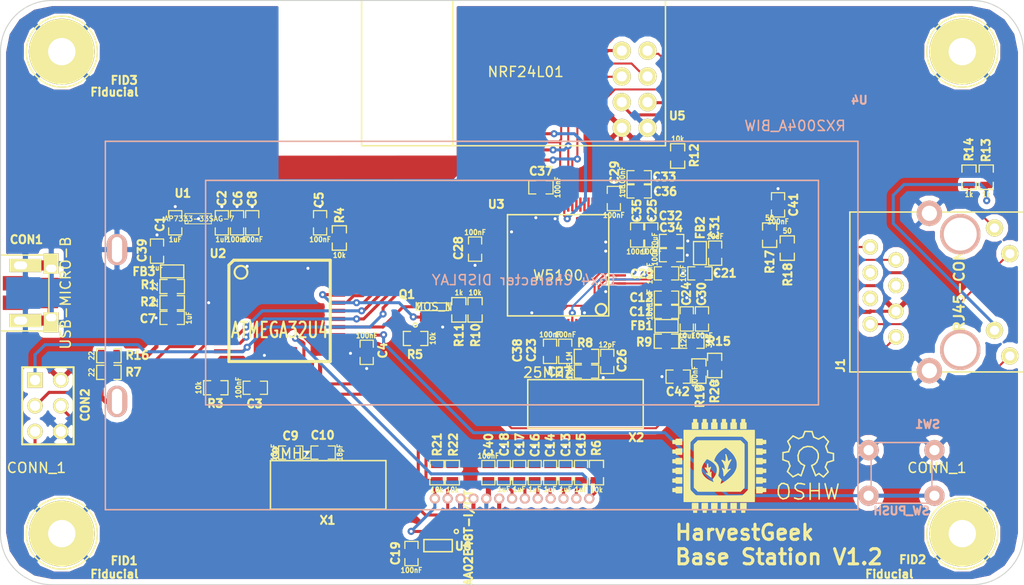
<source format=kicad_pcb>
(kicad_pcb (version 4) (host pcbnew "(2015-01-16 BZR 5376)-product")
  (title_block (title "Base Station PCB") (rev 1.1) (company "Harvest Geek") (comment 1 "Inital Design: M. Stephan") (comment 2 "Modifications: R. Gifford"))
  (layers (0 Dessus.Cu signal hide) (31 Dessous.Cu signal hide) (34 B.Paste user hide) (35 F.Paste user hide) (36 B.SilkS user hide) (37 F.SilkS user) (38 B.Mask user hide) (39 F.Mask user hide) (44 Edge.Cuts user))
  (net 0 "")
  (net 1 +1.8V)
  (net 2 +3.3V)
  (net 3 +5V)
  (net 4 /ETH_nRST)
  (net 5 /LCD_SCL)
  (net 6 /LCD_SDA)
  (net 7 /LCD_nRST)
  (net 8 /NRF_CE)
  (net 9 /NRF_CSN)
  (net 10 /NRF_IRQ)
  (net 11 /SEN)
  (net 12 /SPI_MISO)
  (net 13 /SPI_MOSI)
  (net 14 /SPI_SCK)
  (net 15 /SPI_nSS)
  (net 16 /SWITCH)
  (net 17 /USB_D+)
  (net 18 /USB_D-)
  (net 19 /nRESET)
  (net 20 GND)
  (net 21 "Net-(C7-Pad1)")
  (net 22 "Net-(C8-Pad1)")
  (net 23 "Net-(C9-Pad1)")
  (net 24 "Net-(C10-Pad1)")
  (net 25 "Net-(C11-Pad1)")
  (net 26 "Net-(C13-Pad1)")
  (net 27 "Net-(C14-Pad1)")
  (net 28 "Net-(C15-Pad1)")
  (net 29 "Net-(C16-Pad1)")
  (net 30 "Net-(C17-Pad1)")
  (net 31 "Net-(C18-Pad1)")
  (net 32 "Net-(C21-Pad1)")
  (net 33 "Net-(C26-Pad1)")
  (net 34 "Net-(C27-Pad1)")
  (net 35 "Net-(C39-Pad1)")
  (net 36 "Net-(C41-Pad1)")
  (net 37 "Net-(C42-Pad1)")
  (net 38 "Net-(CON1-Pad2)")
  (net 39 "Net-(CON1-Pad3)")
  (net 40 "Net-(CON1-Pad4)")
  (net 41 "Net-(J1-PadR1)")
  (net 42 "Net-(J1-PadR2)")
  (net 43 "Net-(J1-PadR7)")
  (net 44 "Net-(J1-PadR8)")
  (net 45 "Net-(J1-PadL1)")
  (net 46 "Net-(J1-PadL2)")
  (net 47 "Net-(J1-PadL3)")
  (net 48 "Net-(J1-PadL4)")
  (net 49 "Net-(R4-Pad1)")
  (net 50 "Net-(R16-Pad1)")
  (net 51 "Net-(R15-Pad2)")
  (net 52 "Net-(R9-Pad2)")
  (net 53 "Net-(U2-Pad39)")
  (net 54 "Net-(U2-Pad40)")
  (net 55 "Net-(U2-Pad41)")
  (net 56 "Net-(U2-Pad38)")
  (net 57 "Net-(U2-Pad37)")
  (net 58 "Net-(U2-Pad36)")
  (net 59 "Net-(U2-Pad12)")
  (net 60 "Net-(U2-Pad21)")
  (net 61 "Net-(U2-Pad22)")
  (net 62 "Net-(U2-Pad28)")
  (net 63 "Net-(U2-Pad27)")
  (net 64 "Net-(U2-Pad8)")
  (net 65 "Net-(U2-Pad1)")
  (net 66 "Net-(U3-Pad3)")
  (net 67 "Net-(U3-Pad19)")
  (net 68 "Net-(U3-Pad20)")
  (net 69 "Net-(U3-Pad21)")
  (net 70 "Net-(U3-Pad22)")
  (net 71 "Net-(U3-Pad23)")
  (net 72 "Net-(U3-Pad24)")
  (net 73 "Net-(U3-Pad25)")
  (net 74 "Net-(U3-Pad26)")
  (net 75 "Net-(U3-Pad38)")
  (net 76 "Net-(U3-Pad39)")
  (net 77 "Net-(U3-Pad40)")
  (net 78 "Net-(U3-Pad41)")
  (net 79 "Net-(U3-Pad42)")
  (net 80 "Net-(U3-Pad45)")
  (net 81 "Net-(U3-Pad46)")
  (net 82 "Net-(U3-Pad47)")
  (net 83 "Net-(U3-Pad48)")
  (net 84 "Net-(U3-Pad49)")
  (net 85 "Net-(U3-Pad50)")
  (net 86 "Net-(U3-Pad51)")
  (net 87 "Net-(U3-Pad52)")
  (net 88 "Net-(U3-Pad53)")
  (net 89 "Net-(U3-Pad54)")
  (net 90 "Net-(U3-Pad60)")
  (net 91 "Net-(U3-Pad61)")
  (net 92 "Net-(U3-Pad62)")
  (net 93 "Net-(U3-Pad67)")
  (net 94 "Net-(U3-Pad71)")
  (net 95 "Net-(U3-Pad72)")
  (net 96 "Net-(U3-Pad73)")
  (net 97 "Net-(U3-Pad78)")
  (net 98 "Net-(U3-Pad79)")
  (net 99 "Net-(U3-Pad80)")
  (net 100 "Net-(U6-Pad5)")
  (module BasestationFP:SM0603_Capa (layer Dessus.Cu) (at 129.82 125.09 90)
    (fp_text reference C19 (at 0.017482 -1.58 90) (layer F.SilkS) (effects (font (size 0.8 0.8) (thickness 0.2))))
    (fp_text value 100nF (at -1.651 0 180) (layer F.SilkS) (effects (font (size 0.508 0.4572) (thickness 0.1143))))
    (pad 1 smd rect (at -0.762 0 90) (size 0.635 1.143) (layers Dessus.Cu F.Paste F.Mask) (net 2 +3.3V))
    (pad 2 smd rect (at 0.762 0 90) (size 0.635 1.143) (layers Dessus.Cu F.Paste F.Mask) (net 20 GND))
  )
  (module BasestationFP:HOLE_FIX_HAMMOND (layer Dessus.Cu) (at 184.200008 123.122518)
    (fp_text reference P2 hide)
    (fp_text value CONN_1 (at -2.5 -6.5) (layer F.SilkS))
    (pad 1 thru_hole circle (at 0 0) (size 6.5 6.5) (drill 2.7) (layers *.Cu *.Mask F.SilkS) (net 20 GND))
  )
  (module BasestationFP:HOLE_FIX_HAMMOND (layer Dessus.Cu) (at 184.200008 75.497518)
    (fp_text reference P3 hide)
    (fp_text value CONN_1 (at -2.5 -6.5) (layer F.SilkS))
    (pad 1 thru_hole circle (at 0 0) (size 6.5 6.5) (drill 2.7) (layers *.Cu *.Mask F.SilkS) (net 20 GND))
  )
  (module BasestationFP:HOLE_FIX_HAMMOND (layer Dessus.Cu) (at 95.300008 75.497518)
    (fp_text reference P4 hide)
    (fp_text value CONN_1 (at -2.5 -6.5) (layer F.SilkS))
    (pad 1 thru_hole circle (at 0 0) (size 6.5 6.5) (drill 2.7) (layers *.Cu *.Mask F.SilkS) (net 20 GND))
  )
  (module BasestationFP:Fiducial (layer Dessus.Cu) (at 101.5 123.122518)
    (fp_text reference FID1 (at -0.04 2.68) (layer F.SilkS) (effects (font (size 0.8 0.8) (thickness 0.2))))
    (fp_text value Fiducial (at -1 4) (layer F.SilkS) (effects (font (size 0.8 0.8) (thickness 0.2))))
    (pad 1 smd circle (at 0 0) (size 1 1) (layers Dessus.Cu F.Mask) (clearance 0.5))
  )
  (module BasestationFP:Fiducial (layer Dessus.Cu) (at 178 123.122518)
    (fp_text reference FID2 (at 1.3 2.57) (layer F.SilkS) (effects (font (size 0.8 0.8) (thickness 0.2))))
    (fp_text value Fiducial (at -1 4) (layer F.SilkS) (effects (font (size 0.8 0.8) (thickness 0.2))))
    (pad 1 smd circle (at 0 0) (size 1 1) (layers Dessus.Cu F.Mask) (clearance 0.5))
  )
  (module BasestationFP:Fiducial (layer Dessus.Cu) (at 101.5 75.497518)
    (fp_text reference FID3 (at -0.04 2.835) (layer F.SilkS) (effects (font (size 0.8 0.8) (thickness 0.2))))
    (fp_text value Fiducial (at -1 4) (layer F.SilkS) (effects (font (size 0.8 0.8) (thickness 0.2))))
    (pad 1 smd circle (at 0 0) (size 1 1) (layers Dessus.Cu F.Mask) (clearance 0.5))
  )
  (module BasestationFP:SOT-23-5_24AA02E48T (layer Dessus.Cu) (at 132.45 124.31 270)
    (fp_text reference U6 (at 0.052518 -2.48 360) (layer F.SilkS) (effects (font (size 0.8 0.8) (thickness 0.2))))
    (fp_text value 24AA02E48T-I/OT (at 0 -3 270) (layer F.SilkS) (effects (font (size 0.8 0.8) (thickness 0.2))))
    (pad 1 smd rect (at -1.4 -0.95 180) (size 0.6 1.1) (layers Dessus.Cu F.Paste F.Mask) (net 5 /LCD_SCL))
    (pad 2 smd rect (at -1.4 0 180) (size 0.6 1.1) (layers Dessus.Cu F.Paste F.Mask) (net 20 GND))
    (pad 3 smd rect (at -1.4 0.95 180) (size 0.6 1.1) (layers Dessus.Cu F.Paste F.Mask) (net 6 /LCD_SDA))
    (pad 4 smd rect (at 1.4 0.95 180) (size 0.6 1.1) (layers Dessus.Cu F.Paste F.Mask) (net 2 +3.3V))
    (pad 5 smd rect (at 1.4 -0.95 180) (size 0.6 1.1) (layers Dessus.Cu F.Paste F.Mask) (net 100 "Net-(U6-Pad5)"))
  )
  (module BasestationFP:SOT23GDS (layer Dessus.Cu) (at 132 100.71 90)
    (fp_text reference Q1 (at 1.217482 -2.63 180) (layer F.SilkS) (effects (font (size 0.8 0.8) (thickness 0.2))))
    (fp_text value MOS_N (at 0 0 180) (layer F.SilkS) (effects (font (size 0.762 0.762) (thickness 0.12954))))
    (pad S smd rect (at -1.016 0.889 180) (size 0.9144 0.9144) (layers Dessus.Cu F.Paste F.Mask) (net 20 GND))
    (pad G smd rect (at -1.016 -0.889 180) (size 0.9144 0.9144) (layers Dessus.Cu F.Paste F.Mask) (net 15 /SPI_nSS))
    (pad D smd rect (at 1.016 0 180) (size 0.9144 0.9144) (layers Dessus.Cu F.Paste F.Mask) (net 11 /SEN))
  )
  (module BasestationFP:SOT23 (layer Dessus.Cu) (at 108.8 92.01 90)
    (fp_text reference U1 (at 2.517482 -1.55 360) (layer F.SilkS) (effects (font (size 0.8 0.8) (thickness 0.2))))
    (fp_text value AP7333-33SAG-7 (at 0 0.0635 360) (layer F.SilkS) (effects (font (size 0.50038 0.50038) (thickness 0.09906))))
    (pad 3 smd rect (at 1.09982 0) (size 0.8001 1.00076) (layers Dessus.Cu F.Paste F.Mask) (net 20 GND))
    (pad 2 smd rect (at -1.09982 0.9525) (size 0.8001 1.00076) (layers Dessus.Cu F.Paste F.Mask) (net 2 +3.3V))
    (pad 1 smd rect (at -1.09982 -0.9525) (size 0.8001 1.00076) (layers Dessus.Cu F.Paste F.Mask) (net 3 +5V))
  )
  (module BasestationFP:SM0603_Capa (layer Dessus.Cu) (at 106.5 92.41 90)
    (fp_text reference C1 (at -0.102518 -1.51 90) (layer F.SilkS) (effects (font (size 0.8 0.8) (thickness 0.2))))
    (fp_text value 1uF (at -1.651 0 180) (layer F.SilkS) (effects (font (size 0.508 0.4572) (thickness 0.1143))))
    (pad 1 smd rect (at -0.762 0 90) (size 0.635 1.143) (layers Dessus.Cu F.Paste F.Mask) (net 3 +5V))
    (pad 2 smd rect (at 0.762 0 90) (size 0.635 1.143) (layers Dessus.Cu F.Paste F.Mask) (net 20 GND))
  )
  (module BasestationFP:SM0603_Capa (layer Dessus.Cu) (at 111.1 92.41 90)
    (fp_text reference C2 (at 2.417482 0.01 90) (layer F.SilkS) (effects (font (size 0.8 0.8) (thickness 0.2))))
    (fp_text value 1uF (at -1.651 0 180) (layer F.SilkS) (effects (font (size 0.508 0.4572) (thickness 0.1143))))
    (pad 1 smd rect (at -0.762 0 90) (size 0.635 1.143) (layers Dessus.Cu F.Paste F.Mask) (net 2 +3.3V))
    (pad 2 smd rect (at 0.762 0 90) (size 0.635 1.143) (layers Dessus.Cu F.Paste F.Mask) (net 20 GND))
  )
  (module BasestationFP:SM0603_Capa (layer Dessus.Cu) (at 114.4 108.71)
    (fp_text reference C3 (at -0.07 1.582518) (layer F.SilkS) (effects (font (size 0.8 0.8) (thickness 0.2))))
    (fp_text value 100nF (at -1.651 0 90) (layer F.SilkS) (effects (font (size 0.508 0.4572) (thickness 0.1143))))
    (pad 1 smd rect (at -0.762 0) (size 0.635 1.143) (layers Dessus.Cu F.Paste F.Mask) (net 2 +3.3V))
    (pad 2 smd rect (at 0.762 0) (size 0.635 1.143) (layers Dessus.Cu F.Paste F.Mask) (net 20 GND))
  )
  (module BasestationFP:SM0603_Capa (layer Dessus.Cu) (at 125.4 105.21 270)
    (fp_text reference C4 (at -0.187482 -1.59 270) (layer F.SilkS) (effects (font (size 0.8 0.8) (thickness 0.2))))
    (fp_text value 100nF (at -1.651 0 360) (layer F.SilkS) (effects (font (size 0.508 0.4572) (thickness 0.1143))))
    (pad 1 smd rect (at -0.762 0 270) (size 0.635 1.143) (layers Dessus.Cu F.Paste F.Mask) (net 2 +3.3V))
    (pad 2 smd rect (at 0.762 0 270) (size 0.635 1.143) (layers Dessus.Cu F.Paste F.Mask) (net 20 GND))
  )
  (module BasestationFP:SM0603_Capa (layer Dessus.Cu) (at 120.8 92.41 90)
    (fp_text reference C5 (at 2.267482 -0.1 90) (layer F.SilkS) (effects (font (size 0.8 0.8) (thickness 0.2))))
    (fp_text value 100nF (at -1.651 0 180) (layer F.SilkS) (effects (font (size 0.508 0.4572) (thickness 0.1143))))
    (pad 1 smd rect (at -0.762 0 90) (size 0.635 1.143) (layers Dessus.Cu F.Paste F.Mask) (net 2 +3.3V))
    (pad 2 smd rect (at 0.762 0 90) (size 0.635 1.143) (layers Dessus.Cu F.Paste F.Mask) (net 20 GND))
  )
  (module BasestationFP:SM0603_Capa (layer Dessus.Cu) (at 112.6 92.41 90)
    (fp_text reference C6 (at 2.387482 0.09 90) (layer F.SilkS) (effects (font (size 0.8 0.8) (thickness 0.2))))
    (fp_text value 100nF (at -1.651 0 180) (layer F.SilkS) (effects (font (size 0.508 0.4572) (thickness 0.1143))))
    (pad 1 smd rect (at -0.762 0 90) (size 0.635 1.143) (layers Dessus.Cu F.Paste F.Mask) (net 2 +3.3V))
    (pad 2 smd rect (at 0.762 0 90) (size 0.635 1.143) (layers Dessus.Cu F.Paste F.Mask) (net 20 GND))
  )
  (module BasestationFP:SM0603_Capa (layer Dessus.Cu) (at 106.2 101.81 180)
    (fp_text reference C7 (at 2.41 -0.072518 180) (layer F.SilkS) (effects (font (size 0.8 0.8) (thickness 0.2))))
    (fp_text value 1uF (at -1.651 0 270) (layer F.SilkS) (effects (font (size 0.508 0.4572) (thickness 0.1143))))
    (pad 1 smd rect (at -0.762 0 180) (size 0.635 1.143) (layers Dessus.Cu F.Paste F.Mask) (net 21 "Net-(C7-Pad1)"))
    (pad 2 smd rect (at 0.762 0 180) (size 0.635 1.143) (layers Dessus.Cu F.Paste F.Mask) (net 20 GND))
  )
  (module BasestationFP:SM0603_Capa (layer Dessus.Cu) (at 114.1 92.41 90)
    (fp_text reference C8 (at 2.367482 0 90) (layer F.SilkS) (effects (font (size 0.8 0.8) (thickness 0.2))))
    (fp_text value 100nF (at -1.651 0 180) (layer F.SilkS) (effects (font (size 0.508 0.4572) (thickness 0.1143))))
    (pad 1 smd rect (at -0.762 0 90) (size 0.635 1.143) (layers Dessus.Cu F.Paste F.Mask) (net 22 "Net-(C8-Pad1)"))
    (pad 2 smd rect (at 0.762 0 90) (size 0.635 1.143) (layers Dessus.Cu F.Paste F.Mask) (net 20 GND))
  )
  (module BasestationFP:SM0603_Capa (layer Dessus.Cu) (at 117.9 115.11)
    (fp_text reference C9 (at -0.02 -1.647482) (layer F.SilkS) (effects (font (size 0.8 0.8) (thickness 0.2))))
    (fp_text value 18pF (at -1.651 0 90) (layer F.SilkS) (effects (font (size 0.508 0.4572) (thickness 0.1143))))
    (pad 1 smd rect (at -0.762 0) (size 0.635 1.143) (layers Dessus.Cu F.Paste F.Mask) (net 23 "Net-(C9-Pad1)"))
    (pad 2 smd rect (at 0.762 0) (size 0.635 1.143) (layers Dessus.Cu F.Paste F.Mask) (net 20 GND))
  )
  (module BasestationFP:SM0603_Capa (layer Dessus.Cu) (at 121.1 115.11 180)
    (fp_text reference C10 (at 0.05 1.707482 180) (layer F.SilkS) (effects (font (size 0.8 0.8) (thickness 0.2))))
    (fp_text value 18pF (at -1.651 0 270) (layer F.SilkS) (effects (font (size 0.508 0.4572) (thickness 0.1143))))
    (pad 1 smd rect (at -0.762 0 180) (size 0.635 1.143) (layers Dessus.Cu F.Paste F.Mask) (net 24 "Net-(C10-Pad1)"))
    (pad 2 smd rect (at 0.762 0 180) (size 0.635 1.143) (layers Dessus.Cu F.Paste F.Mask) (net 20 GND))
  )
  (module BasestationFP:SM0603_Capa (layer Dessus.Cu) (at 155 101.21)
    (fp_text reference C11 (at -2.52 -0.017482) (layer F.SilkS) (effects (font (size 0.8 0.8) (thickness 0.2))))
    (fp_text value 10uF (at -1.651 0 90) (layer F.SilkS) (effects (font (size 0.508 0.4572) (thickness 0.1143))))
    (pad 1 smd rect (at -0.762 0) (size 0.635 1.143) (layers Dessus.Cu F.Paste F.Mask) (net 25 "Net-(C11-Pad1)"))
    (pad 2 smd rect (at 0.762 0) (size 0.635 1.143) (layers Dessus.Cu F.Paste F.Mask) (net 20 GND))
  )
  (module BasestationFP:SM0603_Capa (layer Dessus.Cu) (at 155 99.81)
    (fp_text reference C12 (at -2.48 -0.017482) (layer F.SilkS) (effects (font (size 0.8 0.8) (thickness 0.2))))
    (fp_text value 10nF (at -1.651 0 90) (layer F.SilkS) (effects (font (size 0.508 0.4572) (thickness 0.1143))))
    (pad 1 smd rect (at -0.762 0) (size 0.635 1.143) (layers Dessus.Cu F.Paste F.Mask) (net 25 "Net-(C11-Pad1)"))
    (pad 2 smd rect (at 0.762 0) (size 0.635 1.143) (layers Dessus.Cu F.Paste F.Mask) (net 20 GND))
  )
  (module BasestationFP:SM0603_Capa (layer Dessus.Cu) (at 145.034 117.094 90)
    (fp_text reference C13 (at 2.731482 0.026 90) (layer F.SilkS) (effects (font (size 0.8 0.8) (thickness 0.2))))
    (fp_text value 1uF (at -1.651 0 180) (layer F.SilkS) (effects (font (size 0.508 0.4572) (thickness 0.1143))))
    (pad 1 smd rect (at -0.762 0 90) (size 0.635 1.143) (layers Dessus.Cu F.Paste F.Mask) (net 26 "Net-(C13-Pad1)"))
    (pad 2 smd rect (at 0.762 0 90) (size 0.635 1.143) (layers Dessus.Cu F.Paste F.Mask) (net 20 GND))
  )
  (module BasestationFP:SM0603_Capa (layer Dessus.Cu) (at 143.51 117.094 90)
    (fp_text reference C14 (at 2.691482 0.01 90) (layer F.SilkS) (effects (font (size 0.8 0.8) (thickness 0.2))))
    (fp_text value 1uF (at -1.651 0 180) (layer F.SilkS) (effects (font (size 0.508 0.4572) (thickness 0.1143))))
    (pad 1 smd rect (at -0.762 0 90) (size 0.635 1.143) (layers Dessus.Cu F.Paste F.Mask) (net 27 "Net-(C14-Pad1)"))
    (pad 2 smd rect (at 0.762 0 90) (size 0.635 1.143) (layers Dessus.Cu F.Paste F.Mask) (net 20 GND))
  )
  (module BasestationFP:SM0603_Capa (layer Dessus.Cu) (at 146.558 117.094 90)
    (fp_text reference C15 (at 2.751482 0.012 90) (layer F.SilkS) (effects (font (size 0.8 0.8) (thickness 0.2))))
    (fp_text value 1uF (at -1.651 0 180) (layer F.SilkS) (effects (font (size 0.508 0.4572) (thickness 0.1143))))
    (pad 1 smd rect (at -0.762 0 90) (size 0.635 1.143) (layers Dessus.Cu F.Paste F.Mask) (net 28 "Net-(C15-Pad1)"))
    (pad 2 smd rect (at 0.762 0 90) (size 0.635 1.143) (layers Dessus.Cu F.Paste F.Mask) (net 20 GND))
  )
  (module BasestationFP:SM0603_Capa (layer Dessus.Cu) (at 141.986 117.094 90)
    (fp_text reference C16 (at 2.711482 0.034 90) (layer F.SilkS) (effects (font (size 0.8 0.8) (thickness 0.2))))
    (fp_text value 1uF (at -1.651 0 180) (layer F.SilkS) (effects (font (size 0.508 0.4572) (thickness 0.1143))))
    (pad 1 smd rect (at -0.762 0 90) (size 0.635 1.143) (layers Dessus.Cu F.Paste F.Mask) (net 29 "Net-(C16-Pad1)"))
    (pad 2 smd rect (at 0.762 0 90) (size 0.635 1.143) (layers Dessus.Cu F.Paste F.Mask) (net 20 GND))
  )
  (module BasestationFP:SM0603_Capa (layer Dessus.Cu) (at 140.462 117.094 90)
    (fp_text reference C17 (at 2.751482 0.048 90) (layer F.SilkS) (effects (font (size 0.8 0.8) (thickness 0.2))))
    (fp_text value 1uF (at -1.651 0 180) (layer F.SilkS) (effects (font (size 0.508 0.4572) (thickness 0.1143))))
    (pad 1 smd rect (at -0.762 0 90) (size 0.635 1.143) (layers Dessus.Cu F.Paste F.Mask) (net 30 "Net-(C17-Pad1)"))
    (pad 2 smd rect (at 0.762 0 90) (size 0.635 1.143) (layers Dessus.Cu F.Paste F.Mask) (net 20 GND))
  )
  (module BasestationFP:SM0603_Capa (layer Dessus.Cu) (at 138.938 117.094 90)
    (fp_text reference C18 (at 2.771482 0.052 90) (layer F.SilkS) (effects (font (size 0.8 0.8) (thickness 0.2))))
    (fp_text value 1uF (at -1.651 0 180) (layer F.SilkS) (effects (font (size 0.508 0.4572) (thickness 0.1143))))
    (pad 1 smd rect (at -0.762 0 90) (size 0.635 1.143) (layers Dessus.Cu F.Paste F.Mask) (net 31 "Net-(C18-Pad1)"))
    (pad 2 smd rect (at 0.762 0 90) (size 0.635 1.143) (layers Dessus.Cu F.Paste F.Mask) (net 20 GND))
  )
  (module BasestationFP:SM0603_Capa (layer Dessus.Cu) (at 158.3 97.41)
    (fp_text reference C21 (at 2.45 -0.017482) (layer F.SilkS) (effects (font (size 0.8 0.8) (thickness 0.2))))
    (fp_text value 10uF (at -1.651 0 90) (layer F.SilkS) (effects (font (size 0.508 0.4572) (thickness 0.1143))))
    (pad 1 smd rect (at -0.762 0) (size 0.635 1.143) (layers Dessus.Cu F.Paste F.Mask) (net 32 "Net-(C21-Pad1)"))
    (pad 2 smd rect (at 0.762 0) (size 0.635 1.143) (layers Dessus.Cu F.Paste F.Mask) (net 20 GND))
  )
  (module BasestationFP:SM0603_Capa (layer Dessus.Cu) (at 155 97.41)
    (fp_text reference C22 (at -2.42 0.062518) (layer F.SilkS) (effects (font (size 0.8 0.8) (thickness 0.2))))
    (fp_text value 100nF (at -1.651 0 90) (layer F.SilkS) (effects (font (size 0.508 0.4572) (thickness 0.1143))))
    (pad 1 smd rect (at -0.762 0) (size 0.635 1.143) (layers Dessus.Cu F.Paste F.Mask) (net 32 "Net-(C21-Pad1)"))
    (pad 2 smd rect (at 0.762 0) (size 0.635 1.143) (layers Dessus.Cu F.Paste F.Mask) (net 20 GND))
  )
  (module BasestationFP:SM0603_Capa (layer Dessus.Cu) (at 145 105.11 270)
    (fp_text reference C23 (at -0.117482 3.34 270) (layer F.SilkS) (effects (font (size 0.8 0.8) (thickness 0.2))))
    (fp_text value 100nF (at -1.651 0 360) (layer F.SilkS) (effects (font (size 0.508 0.4572) (thickness 0.1143))))
    (pad 1 smd rect (at -0.762 0 270) (size 0.635 1.143) (layers Dessus.Cu F.Paste F.Mask) (net 32 "Net-(C21-Pad1)"))
    (pad 2 smd rect (at 0.762 0 270) (size 0.635 1.143) (layers Dessus.Cu F.Paste F.Mask) (net 20 GND))
  )
  (module BasestationFP:SM0603_Capa (layer Dessus.Cu) (at 157 101.91 90)
    (fp_text reference C24 (at 2.487482 -0.03 90) (layer F.SilkS) (effects (font (size 0.8 0.8) (thickness 0.2))))
    (fp_text value 10uF (at -1.651 0 180) (layer F.SilkS) (effects (font (size 0.508 0.4572) (thickness 0.1143))))
    (pad 1 smd rect (at -0.762 0 90) (size 0.635 1.143) (layers Dessus.Cu F.Paste F.Mask) (net 2 +3.3V))
    (pad 2 smd rect (at 0.762 0 90) (size 0.635 1.143) (layers Dessus.Cu F.Paste F.Mask) (net 20 GND))
  )
  (module BasestationFP:SM0603_Capa (layer Dessus.Cu) (at 153.5 93.61 90)
    (fp_text reference C25 (at 2.397482 0.08 90) (layer F.SilkS) (effects (font (size 0.8 0.8) (thickness 0.2))))
    (fp_text value 100nF (at -1.651 0 180) (layer F.SilkS) (effects (font (size 0.508 0.4572) (thickness 0.1143))))
    (pad 1 smd rect (at -0.762 0 90) (size 0.635 1.143) (layers Dessus.Cu F.Paste F.Mask) (net 2 +3.3V))
    (pad 2 smd rect (at 0.762 0 90) (size 0.635 1.143) (layers Dessus.Cu F.Paste F.Mask) (net 20 GND))
  )
  (module BasestationFP:SM0603_Capa (layer Dessus.Cu) (at 149.15 106.11 270)
    (fp_text reference C26 (at -0.087482 -1.45 270) (layer F.SilkS) (effects (font (size 0.8 0.8) (thickness 0.2))))
    (fp_text value 12pF (at -1.651 0 360) (layer F.SilkS) (effects (font (size 0.508 0.4572) (thickness 0.1143))))
    (pad 1 smd rect (at -0.762 0 270) (size 0.635 1.143) (layers Dessus.Cu F.Paste F.Mask) (net 33 "Net-(C26-Pad1)"))
    (pad 2 smd rect (at 0.762 0 270) (size 0.635 1.143) (layers Dessus.Cu F.Paste F.Mask) (net 20 GND))
  )
  (module BasestationFP:SM0603_Capa (layer Dessus.Cu) (at 147.1 107.11)
    (fp_text reference C27 (at -2.66 0.022518) (layer F.SilkS) (effects (font (size 0.8 0.8) (thickness 0.2))))
    (fp_text value 12pF (at -1.651 0 90) (layer F.SilkS) (effects (font (size 0.508 0.4572) (thickness 0.1143))))
    (pad 1 smd rect (at -0.762 0) (size 0.635 1.143) (layers Dessus.Cu F.Paste F.Mask) (net 34 "Net-(C27-Pad1)"))
    (pad 2 smd rect (at 0.762 0) (size 0.635 1.143) (layers Dessus.Cu F.Paste F.Mask) (net 20 GND))
  )
  (module BasestationFP:SM0603_Capa (layer Dessus.Cu) (at 136.1 95.01 270)
    (fp_text reference C28 (at -0.097482 1.64 270) (layer F.SilkS) (effects (font (size 0.8 0.8) (thickness 0.2))))
    (fp_text value 100nF (at -1.651 0 360) (layer F.SilkS) (effects (font (size 0.508 0.4572) (thickness 0.1143))))
    (pad 1 smd rect (at -0.762 0 270) (size 0.635 1.143) (layers Dessus.Cu F.Paste F.Mask) (net 2 +3.3V))
    (pad 2 smd rect (at 0.762 0 270) (size 0.635 1.143) (layers Dessus.Cu F.Paste F.Mask) (net 20 GND))
  )
  (module BasestationFP:SM0603_Capa (layer Dessus.Cu) (at 149.8 90.01 90)
    (fp_text reference C29 (at 2.567482 0.07 90) (layer F.SilkS) (effects (font (size 0.8 0.8) (thickness 0.2))))
    (fp_text value 100nF (at -1.651 0 180) (layer F.SilkS) (effects (font (size 0.508 0.4572) (thickness 0.1143))))
    (pad 1 smd rect (at -0.762 0 90) (size 0.635 1.143) (layers Dessus.Cu F.Paste F.Mask) (net 2 +3.3V))
    (pad 2 smd rect (at 0.762 0 90) (size 0.635 1.143) (layers Dessus.Cu F.Paste F.Mask) (net 20 GND))
  )
  (module BasestationFP:SM0603_Capa (layer Dessus.Cu) (at 158.5 101.91 90)
    (fp_text reference C30 (at 2.467482 -0.04 90) (layer F.SilkS) (effects (font (size 0.8 0.8) (thickness 0.2))))
    (fp_text value 100nF (at -1.651 0 180) (layer F.SilkS) (effects (font (size 0.508 0.4572) (thickness 0.1143))))
    (pad 1 smd rect (at -0.762 0 90) (size 0.635 1.143) (layers Dessus.Cu F.Paste F.Mask) (net 2 +3.3V))
    (pad 2 smd rect (at 0.762 0 90) (size 0.635 1.143) (layers Dessus.Cu F.Paste F.Mask) (net 20 GND))
  )
  (module BasestationFP:SM0603_Capa (layer Dessus.Cu) (at 159.8 95.41 270)
    (fp_text reference C31 (at -2.587482 0.04 270) (layer F.SilkS) (effects (font (size 0.8 0.8) (thickness 0.2))))
    (fp_text value 10uF (at -1.651 0 360) (layer F.SilkS) (effects (font (size 0.508 0.4572) (thickness 0.1143))))
    (pad 1 smd rect (at -0.762 0 270) (size 0.635 1.143) (layers Dessus.Cu F.Paste F.Mask) (net 1 +1.8V))
    (pad 2 smd rect (at 0.762 0 270) (size 0.635 1.143) (layers Dessus.Cu F.Paste F.Mask) (net 20 GND))
  )
  (module BasestationFP:SM0603_Capa (layer Dessus.Cu) (at 155.5 94.21)
    (fp_text reference C32 (at -0.09 -2.487482) (layer F.SilkS) (effects (font (size 0.8 0.8) (thickness 0.2))))
    (fp_text value 10uF (at -1.651 0 90) (layer F.SilkS) (effects (font (size 0.508 0.4572) (thickness 0.1143))))
    (pad 1 smd rect (at -0.762 0) (size 0.635 1.143) (layers Dessus.Cu F.Paste F.Mask) (net 1 +1.8V))
    (pad 2 smd rect (at 0.762 0) (size 0.635 1.143) (layers Dessus.Cu F.Paste F.Mask) (net 20 GND))
  )
  (module BasestationFP:SM0603_Capa (layer Dessus.Cu) (at 152.3 87.91)
    (fp_text reference C33 (at 2.49 -0.037482) (layer F.SilkS) (effects (font (size 0.8 0.8) (thickness 0.2))))
    (fp_text value 100nF (at -1.651 0 90) (layer F.SilkS) (effects (font (size 0.508 0.4572) (thickness 0.1143))))
    (pad 1 smd rect (at -0.762 0) (size 0.635 1.143) (layers Dessus.Cu F.Paste F.Mask) (net 2 +3.3V))
    (pad 2 smd rect (at 0.762 0) (size 0.635 1.143) (layers Dessus.Cu F.Paste F.Mask) (net 20 GND))
  )
  (module BasestationFP:SM0603_Capa (layer Dessus.Cu) (at 155.5 95.61)
    (fp_text reference C34 (at -0.05 -2.727482) (layer F.SilkS) (effects (font (size 0.8 0.8) (thickness 0.2))))
    (fp_text value 100nF (at -1.651 0 90) (layer F.SilkS) (effects (font (size 0.508 0.4572) (thickness 0.1143))))
    (pad 1 smd rect (at -0.762 0) (size 0.635 1.143) (layers Dessus.Cu F.Paste F.Mask) (net 1 +1.8V))
    (pad 2 smd rect (at 0.762 0) (size 0.635 1.143) (layers Dessus.Cu F.Paste F.Mask) (net 20 GND))
  )
  (module BasestationFP:SM0603_Capa (layer Dessus.Cu) (at 152.1 93.61 90)
    (fp_text reference C35 (at 2.397482 -0.03 90) (layer F.SilkS) (effects (font (size 0.8 0.8) (thickness 0.2))))
    (fp_text value 100nF (at -1.651 0 180) (layer F.SilkS) (effects (font (size 0.508 0.4572) (thickness 0.1143))))
    (pad 1 smd rect (at -0.762 0 90) (size 0.635 1.143) (layers Dessus.Cu F.Paste F.Mask) (net 1 +1.8V))
    (pad 2 smd rect (at 0.762 0 90) (size 0.635 1.143) (layers Dessus.Cu F.Paste F.Mask) (net 20 GND))
  )
  (module BasestationFP:SM0603_Capa (layer Dessus.Cu) (at 152.3 89.31)
    (fp_text reference C36 (at 2.57 0.012518) (layer F.SilkS) (effects (font (size 0.8 0.8) (thickness 0.2))))
    (fp_text value 1uF (at -1.651 0 90) (layer F.SilkS) (effects (font (size 0.508 0.4572) (thickness 0.1143))))
    (pad 1 smd rect (at -0.762 0) (size 0.635 1.143) (layers Dessus.Cu F.Paste F.Mask) (net 2 +3.3V))
    (pad 2 smd rect (at 0.762 0) (size 0.635 1.143) (layers Dessus.Cu F.Paste F.Mask) (net 20 GND))
  )
  (module BasestationFP:SM0603_Capa (layer Dessus.Cu) (at 142.6 88.91 180)
    (fp_text reference C37 (at -0.01 1.597482 180) (layer F.SilkS) (effects (font (size 0.8 0.8) (thickness 0.2))))
    (fp_text value 100nF (at -1.651 0 270) (layer F.SilkS) (effects (font (size 0.508 0.4572) (thickness 0.1143))))
    (pad 1 smd rect (at -0.762 0 180) (size 0.635 1.143) (layers Dessus.Cu F.Paste F.Mask) (net 1 +1.8V))
    (pad 2 smd rect (at 0.762 0 180) (size 0.635 1.143) (layers Dessus.Cu F.Paste F.Mask) (net 20 GND))
  )
  (module BasestationFP:SM0603_Capa (layer Dessus.Cu) (at 143.5 105.11 270)
    (fp_text reference C38 (at -0.087482 3.22 270) (layer F.SilkS) (effects (font (size 0.8 0.8) (thickness 0.2))))
    (fp_text value 100nF (at -1.651 0 360) (layer F.SilkS) (effects (font (size 0.508 0.4572) (thickness 0.1143))))
    (pad 1 smd rect (at -0.762 0 270) (size 0.635 1.143) (layers Dessus.Cu F.Paste F.Mask) (net 1 +1.8V))
    (pad 2 smd rect (at 0.762 0 270) (size 0.635 1.143) (layers Dessus.Cu F.Paste F.Mask) (net 20 GND))
  )
  (module BasestationFP:SM0603_Capa (layer Dessus.Cu) (at 104.7 95.21 90)
    (fp_text reference C39 (at 0.067482 -1.47 90) (layer F.SilkS) (effects (font (size 0.8 0.8) (thickness 0.2))))
    (fp_text value 1uF (at -1.651 0 180) (layer F.SilkS) (effects (font (size 0.508 0.4572) (thickness 0.1143))))
    (pad 1 smd rect (at -0.762 0 90) (size 0.635 1.143) (layers Dessus.Cu F.Paste F.Mask) (net 35 "Net-(C39-Pad1)"))
    (pad 2 smd rect (at 0.762 0 90) (size 0.635 1.143) (layers Dessus.Cu F.Paste F.Mask) (net 20 GND))
  )
  (module BasestationFP:SM0603_Capa (layer Dessus.Cu) (at 137.414 117.094 270)
    (fp_text reference C40 (at -2.731482 -0.026 270) (layer F.SilkS) (effects (font (size 0.8 0.8) (thickness 0.2))))
    (fp_text value 100nF (at -1.651 0 360) (layer F.SilkS) (effects (font (size 0.508 0.4572) (thickness 0.1143))))
    (pad 1 smd rect (at -0.762 0 270) (size 0.635 1.143) (layers Dessus.Cu F.Paste F.Mask) (net 2 +3.3V))
    (pad 2 smd rect (at 0.762 0 270) (size 0.635 1.143) (layers Dessus.Cu F.Paste F.Mask) (net 20 GND))
  )
  (module BasestationFP:SM0603_Capa (layer Dessus.Cu) (at 166.01 90.64 90)
    (fp_text reference C41 (at 0.017482 1.53 90) (layer F.SilkS) (effects (font (size 0.8 0.8) (thickness 0.2))))
    (fp_text value 100nF (at -1.651 0 180) (layer F.SilkS) (effects (font (size 0.508 0.4572) (thickness 0.1143))))
    (pad 1 smd rect (at -0.762 0 90) (size 0.635 1.143) (layers Dessus.Cu F.Paste F.Mask) (net 36 "Net-(C41-Pad1)"))
    (pad 2 smd rect (at 0.762 0 90) (size 0.635 1.143) (layers Dessus.Cu F.Paste F.Mask) (net 20 GND))
  )
  (module BasestationFP:SM0603_Capa (layer Dessus.Cu) (at 156.15 107.61 180)
    (fp_text reference C42 (at 0.03 -1.482518 180) (layer F.SilkS) (effects (font (size 0.8 0.8) (thickness 0.2))))
    (fp_text value 100nF (at -1.651 0 270) (layer F.SilkS) (effects (font (size 0.508 0.4572) (thickness 0.1143))))
    (pad 1 smd rect (at -0.762 0 180) (size 0.635 1.143) (layers Dessus.Cu F.Paste F.Mask) (net 37 "Net-(C42-Pad1)"))
    (pad 2 smd rect (at 0.762 0 180) (size 0.635 1.143) (layers Dessus.Cu F.Paste F.Mask) (net 20 GND))
  )
  (module BasestationFP:con_microusb_10103594 (layer Dessus.Cu) (at 91.22867 99.34956 270)
    (fp_text reference CON1 (at -5.277042 -0.58133 360) (layer F.SilkS) (effects (font (size 0.8 0.8) (thickness 0.2))))
    (fp_text value USB-MICRO-B (at 0 -4.45 270) (layer F.SilkS))
    (pad 1 smd rect (at -1.3 -2.825 270) (size 0.4 1.75) (layers Dessus.Cu F.Paste F.Mask) (net 35 "Net-(C39-Pad1)"))
    (pad 2 smd rect (at -0.65 -2.825 270) (size 0.4 1.75) (layers Dessus.Cu F.Paste F.Mask) (net 38 "Net-(CON1-Pad2)"))
    (pad 3 smd rect (at 0 -2.825 270) (size 0.4 1.75) (layers Dessus.Cu F.Paste F.Mask) (net 39 "Net-(CON1-Pad3)"))
    (pad 4 smd rect (at 0.65 -2.825 270) (size 0.4 1.75) (layers Dessus.Cu F.Paste F.Mask) (net 40 "Net-(CON1-Pad4)"))
    (pad 5 smd rect (at 1.3 -2.825 270) (size 0.4 1.75) (layers Dessus.Cu F.Paste F.Mask) (net 20 GND))
    (pad 6 thru_hole rect (at -2.425 -3.03 270) (size 2 1.46) (drill oval 0.75 1.05 (offset -0.475 0)) (layers *.Cu *.Mask F.SilkS) (net 20 GND))
    (pad 7 thru_hole rect (at 2.425 -3.03 90) (size 2 1.46) (drill oval 0.75 1.05 (offset -0.475 0)) (layers *.Cu *.Mask F.SilkS) (net 20 GND))
    (pad 8 thru_hole rect (at -2.725 0 270) (size 1.3 3.15) (drill oval 0.8 1.3 (offset 0 -0.475)) (layers *.Cu *.Mask F.SilkS) (net 20 GND))
    (pad 9 thru_hole rect (at 2.725 0 270) (size 1.3 3.15) (drill oval 0.8 1.3 (offset 0 -0.475)) (layers *.Cu *.Mask F.SilkS) (net 20 GND))
    (pad 10 smd rect (at -0.9625 0.5 270) (size 1.425 2.5) (layers Dessus.Cu F.Paste F.Mask))
    (pad 11 smd rect (at 0.9625 0.5 270) (size 1.425 2.5) (layers Dessus.Cu F.Paste F.Mask))
  )
  (module BasestationFP:pin_array_3x2 (layer Dessus.Cu) (at 93.92894 110.48974 270)
    (fp_text reference CON2 (at -0.077222 -3.68106 270) (layer F.SilkS) (effects (font (size 0.8 0.8) (thickness 0.2))))
    (fp_text value AVR-ISP-6 hide)
    (pad 1 thru_hole rect (at -2.54 1.27 270) (size 1.524 1.524) (drill 1.016) (layers *.Cu *.Mask F.SilkS) (net 12 /SPI_MISO))
    (pad 2 thru_hole circle (at -2.54 -1.27 270) (size 1.524 1.524) (drill 1.016) (layers *.Cu *.Mask F.SilkS) (net 2 +3.3V))
    (pad 3 thru_hole circle (at 0 1.27 270) (size 1.524 1.524) (drill 1.016) (layers *.Cu *.Mask F.SilkS) (net 14 /SPI_SCK))
    (pad 4 thru_hole circle (at 0 -1.27 270) (size 1.524 1.524) (drill 1.016) (layers *.Cu *.Mask F.SilkS) (net 13 /SPI_MOSI))
    (pad 5 thru_hole circle (at 2.54 1.27 270) (size 1.524 1.524) (drill 1.016) (layers *.Cu *.Mask F.SilkS) (net 19 /nRESET))
    (pad 6 thru_hole circle (at 2.54 -1.27 270) (size 1.524 1.524) (drill 1.016) (layers *.Cu *.Mask F.SilkS) (net 20 GND))
  )
  (module BasestationFP:SM0603 (layer Dessus.Cu) (at 155 102.61 180)
    (fp_text reference FB1 (at 2.44 0.037482 180) (layer F.SilkS) (effects (font (size 0.8 0.8) (thickness 0.2))))
    (fp_text value FERRITE hide)
    (pad 1 smd rect (at -0.762 0 180) (size 0.635 1.143) (layers Dessus.Cu F.Paste F.Mask) (net 2 +3.3V))
    (pad 2 smd rect (at 0.762 0 180) (size 0.635 1.143) (layers Dessus.Cu F.Paste F.Mask) (net 25 "Net-(C11-Pad1)"))
  )
  (module BasestationFP:SM0603 (layer Dessus.Cu) (at 158.3 95.41 270)
    (fp_text reference FB2 (at -2.507482 -0.03 270) (layer F.SilkS) (effects (font (size 0.8 0.8) (thickness 0.2))))
    (fp_text value FERRITE hide)
    (pad 1 smd rect (at -0.762 0 270) (size 0.635 1.143) (layers Dessus.Cu F.Paste F.Mask) (net 1 +1.8V))
    (pad 2 smd rect (at 0.762 0 270) (size 0.635 1.143) (layers Dessus.Cu F.Paste F.Mask) (net 32 "Net-(C21-Pad1)"))
  )
  (module BasestationFP:SM0603 (layer Dessus.Cu) (at 106.2 97.21)
    (fp_text reference FB3 (at -2.79 0.022518) (layer F.SilkS) (effects (font (size 0.8 0.8) (thickness 0.2))))
    (fp_text value FERRITE hide)
    (pad 1 smd rect (at -0.762 0) (size 0.635 1.143) (layers Dessus.Cu F.Paste F.Mask) (net 35 "Net-(C39-Pad1)"))
    (pad 2 smd rect (at 0.762 0) (size 0.635 1.143) (layers Dessus.Cu F.Paste F.Mask) (net 3 +5V))
  )
  (module BasestationFP:CON_RJ45_TRANSFO (layer Dessus.Cu) (at 184 99.24796 90)
    (fp_text reference J1 (at -7.254558 -11.83 90) (layer F.SilkS) (effects (font (size 0.8 0.8) (thickness 0.2))))
    (fp_text value RJ45-CON (at 0.1 -0.1 90) (layer F.SilkS) (effects (font (size 1.00076 1.00076) (thickness 0.2032))))
    (pad Hole thru_hole circle (at 5.715 0 90) (size 4 4) (drill 3.25) (layers *.Cu *.SilkS *.Mask))
    (pad Hole thru_hole circle (at -5.715 0 90) (size 4 4) (drill 3.25) (layers *.Cu *.SilkS *.Mask))
    (pad R1 thru_hole circle (at -4.445 -6.35 90) (size 1.524 1.524) (drill 0.9) (layers *.Cu *.Mask F.SilkS) (net 41 "Net-(J1-PadR1)"))
    (pad R2 thru_hole circle (at -3.175 -8.89 90) (size 1.524 1.524) (drill 0.9) (layers *.Cu *.Mask F.SilkS) (net 42 "Net-(J1-PadR2)"))
    (pad R3 thru_hole circle (at -1.905 -6.35 90) (size 1.524 1.524) (drill 0.9) (layers *.Cu *.Mask F.SilkS) (net 2 +3.3V))
    (pad R4 thru_hole circle (at -0.635 -8.89 90) (size 1.524 1.524) (drill 0.9) (layers *.Cu *.Mask F.SilkS))
    (pad R5 thru_hole circle (at 0.635 -6.35 90) (size 1.524 1.524) (drill 0.9) (layers *.Cu *.Mask F.SilkS))
    (pad R6 thru_hole circle (at 1.905 -8.89 90) (size 1.524 1.524) (drill 0.9) (layers *.Cu *.Mask F.SilkS))
    (pad R7 thru_hole circle (at 3.175 -6.35 90) (size 1.524 1.524) (drill 0.9) (layers *.Cu *.Mask F.SilkS) (net 43 "Net-(J1-PadR7)"))
    (pad 2 thru_hole circle (at 7.775 -3.05 90) (size 2.5 2.5) (drill 1.5) (layers *.Cu *.SilkS *.Mask) (net 20 GND))
    (pad 1 thru_hole circle (at -7.775 -3.05 90) (size 2.5 2.5) (drill 1.5) (layers *.Cu *.SilkS *.Mask) (net 20 GND))
    (pad R8 thru_hole circle (at 4.445 -8.89 90) (size 1.524 1.524) (drill 0.9) (layers *.Cu *.Mask F.SilkS) (net 44 "Net-(J1-PadR8)"))
    (pad L1 thru_hole circle (at 6.325 3.38 90) (size 1.7 1.7) (drill 0.9) (layers *.Cu *.Mask F.SilkS) (net 45 "Net-(J1-PadL1)"))
    (pad L2 thru_hole circle (at 3.785 4.9 90) (size 1.7 1.7) (drill 0.9) (layers *.Cu *.Mask F.SilkS) (net 46 "Net-(J1-PadL2)"))
    (pad L3 thru_hole circle (at -3.785 3.38 90) (size 1.7 1.7) (drill 0.9) (layers *.Cu *.Mask F.SilkS) (net 47 "Net-(J1-PadL3)"))
    (pad L4 thru_hole circle (at -6.325 4.9 90) (size 1.7 1.7) (drill 0.9) (layers *.Cu *.Mask F.SilkS) (net 48 "Net-(J1-PadL4)"))
  )
  (module BasestationFP:HOLE_FIX_HAMMOND (layer Dessus.Cu) (at 95.300008 123.122518)
    (fp_text reference P1 hide)
    (fp_text value CONN_1 (at -2.5 -6.5) (layer F.SilkS))
    (pad 1 thru_hole circle (at 0 0) (size 6.5 6.5) (drill 2.7) (layers *.Cu *.Mask F.SilkS) (net 20 GND))
  )
  (module BasestationFP:SM0603_Resistor (layer Dessus.Cu) (at 106.2 98.71)
    (fp_text reference R1 (at -2.32 -0.177482) (layer F.SilkS) (effects (font (size 0.8 0.8) (thickness 0.2))))
    (fp_text value 22 (at -1.69926 0 90) (layer F.SilkS) (effects (font (size 0.508 0.4572) (thickness 0.1143))))
    (pad 1 smd rect (at -0.762 0) (size 0.635 1.143) (layers Dessus.Cu F.Paste F.Mask) (net 38 "Net-(CON1-Pad2)"))
    (pad 2 smd rect (at 0.762 0) (size 0.635 1.143) (layers Dessus.Cu F.Paste F.Mask) (net 18 /USB_D-))
  )
  (module BasestationFP:SM0603_Resistor (layer Dessus.Cu) (at 106.2 100.31)
    (fp_text reference R2 (at -2.36 -0.087482) (layer F.SilkS) (effects (font (size 0.8 0.8) (thickness 0.2))))
    (fp_text value 22 (at -1.69926 0 90) (layer F.SilkS) (effects (font (size 0.508 0.4572) (thickness 0.1143))))
    (pad 1 smd rect (at -0.762 0) (size 0.635 1.143) (layers Dessus.Cu F.Paste F.Mask) (net 39 "Net-(CON1-Pad3)"))
    (pad 2 smd rect (at 0.762 0) (size 0.635 1.143) (layers Dessus.Cu F.Paste F.Mask) (net 17 /USB_D+))
  )
  (module BasestationFP:SM0603_Resistor (layer Dessus.Cu) (at 110.5 108.71)
    (fp_text reference R3 (at -0.04 1.552518) (layer F.SilkS) (effects (font (size 0.8 0.8) (thickness 0.2))))
    (fp_text value 10k (at -1.69926 0 90) (layer F.SilkS) (effects (font (size 0.508 0.4572) (thickness 0.1143))))
    (pad 1 smd rect (at -0.762 0) (size 0.635 1.143) (layers Dessus.Cu F.Paste F.Mask) (net 19 /nRESET))
    (pad 2 smd rect (at 0.762 0) (size 0.635 1.143) (layers Dessus.Cu F.Paste F.Mask) (net 2 +3.3V))
  )
  (module BasestationFP:SM0603_Resistor (layer Dessus.Cu) (at 122.7 93.91 90)
    (fp_text reference R4 (at 2.237482 0.02 90) (layer F.SilkS) (effects (font (size 0.8 0.8) (thickness 0.2))))
    (fp_text value 10k (at -1.69926 0 180) (layer F.SilkS) (effects (font (size 0.508 0.4572) (thickness 0.1143))))
    (pad 1 smd rect (at -0.762 0 90) (size 0.635 1.143) (layers Dessus.Cu F.Paste F.Mask) (net 49 "Net-(R4-Pad1)"))
    (pad 2 smd rect (at 0.762 0 90) (size 0.635 1.143) (layers Dessus.Cu F.Paste F.Mask) (net 2 +3.3V))
  )
  (module BasestationFP:SM0603_Resistor (layer Dessus.Cu) (at 130.23 103.842518 180)
    (fp_text reference R5 (at 0.06 -1.58 180) (layer F.SilkS) (effects (font (size 0.8 0.8) (thickness 0.2))))
    (fp_text value 10k (at -1.69926 0 270) (layer F.SilkS) (effects (font (size 0.508 0.4572) (thickness 0.1143))))
    (pad 1 smd rect (at -0.762 0 180) (size 0.635 1.143) (layers Dessus.Cu F.Paste F.Mask) (net 15 /SPI_nSS))
    (pad 2 smd rect (at 0.762 0 180) (size 0.635 1.143) (layers Dessus.Cu F.Paste F.Mask) (net 2 +3.3V))
  )
  (module BasestationFP:SM0603_Resistor (layer Dessus.Cu) (at 148.082 117.094 90)
    (fp_text reference R6 (at 2.431482 -0.012 90) (layer F.SilkS) (effects (font (size 0.8 0.8) (thickness 0.2))))
    (fp_text value 10k (at -1.69926 0 180) (layer F.SilkS) (effects (font (size 0.508 0.4572) (thickness 0.1143))))
    (pad 1 smd rect (at -0.762 0 90) (size 0.635 1.143) (layers Dessus.Cu F.Paste F.Mask) (net 7 /LCD_nRST))
    (pad 2 smd rect (at 0.762 0 90) (size 0.635 1.143) (layers Dessus.Cu F.Paste F.Mask) (net 2 +3.3V))
  )
  (module BasestationFP:SM0603_Resistor (layer Dessus.Cu) (at 99.949 107.188)
    (fp_text reference R7 (at 2.421 -0.015482) (layer F.SilkS) (effects (font (size 0.8 0.8) (thickness 0.2))))
    (fp_text value 22 (at -1.69926 0 90) (layer F.SilkS) (effects (font (size 0.508 0.4572) (thickness 0.1143))))
    (pad 1 smd rect (at -0.762 0) (size 0.635 1.143) (layers Dessus.Cu F.Paste F.Mask) (net 50 "Net-(R16-Pad1)"))
    (pad 2 smd rect (at 0.762 0) (size 0.635 1.143) (layers Dessus.Cu F.Paste F.Mask) (net 3 +5V))
  )
  (module BasestationFP:SM0603_Resistor (layer Dessus.Cu) (at 147.1 105.61)
    (fp_text reference R8 (at -0.14 -1.337482) (layer F.SilkS) (effects (font (size 0.8 0.8) (thickness 0.2))))
    (fp_text value 1M (at -1.69926 0 90) (layer F.SilkS) (effects (font (size 0.508 0.4572) (thickness 0.1143))))
    (pad 1 smd rect (at -0.762 0) (size 0.635 1.143) (layers Dessus.Cu F.Paste F.Mask) (net 34 "Net-(C27-Pad1)"))
    (pad 2 smd rect (at 0.762 0) (size 0.635 1.143) (layers Dessus.Cu F.Paste F.Mask) (net 33 "Net-(C26-Pad1)"))
  )
  (module BasestationFP:SM0603_Resistor (layer Dessus.Cu) (at 155 104.11 180)
    (fp_text reference R9 (at 2.21 -0.092518 180) (layer F.SilkS) (effects (font (size 0.8 0.8) (thickness 0.2))))
    (fp_text value 12k (at -1.69926 0 270) (layer F.SilkS) (effects (font (size 0.508 0.4572) (thickness 0.1143))))
    (pad 1 smd rect (at -0.762 0 180) (size 0.635 1.143) (layers Dessus.Cu F.Paste F.Mask) (net 51 "Net-(R15-Pad2)"))
    (pad 2 smd rect (at 0.762 0 180) (size 0.635 1.143) (layers Dessus.Cu F.Paste F.Mask) (net 52 "Net-(R9-Pad2)"))
  )
  (module BasestationFP:SM0603_Resistor (layer Dessus.Cu) (at 136.1 101.01 270)
    (fp_text reference R10 (at 2.512518 -0.05 270) (layer F.SilkS) (effects (font (size 0.8 0.8) (thickness 0.2))))
    (fp_text value 10k (at -1.69926 0 360) (layer F.SilkS) (effects (font (size 0.508 0.4572) (thickness 0.1143))))
    (pad 1 smd rect (at -0.762 0 270) (size 0.635 1.143) (layers Dessus.Cu F.Paste F.Mask) (net 4 /ETH_nRST))
    (pad 2 smd rect (at 0.762 0 270) (size 0.635 1.143) (layers Dessus.Cu F.Paste F.Mask) (net 2 +3.3V))
  )
  (module BasestationFP:SM0603_Resistor (layer Dessus.Cu) (at 134.5 101.01 270)
    (fp_text reference R11 (at 2.502518 -0.02 270) (layer F.SilkS) (effects (font (size 0.8 0.8) (thickness 0.2))))
    (fp_text value 1k (at -1.69926 0 360) (layer F.SilkS) (effects (font (size 0.508 0.4572) (thickness 0.1143))))
    (pad 1 smd rect (at -0.762 0 270) (size 0.635 1.143) (layers Dessus.Cu F.Paste F.Mask) (net 11 /SEN))
    (pad 2 smd rect (at 0.762 0 270) (size 0.635 1.143) (layers Dessus.Cu F.Paste F.Mask) (net 2 +3.3V))
  )
  (module BasestationFP:SM0603_Resistor (layer Dessus.Cu) (at 156.1 85.81 270)
    (fp_text reference R12 (at -0.057482 -1.64 270) (layer F.SilkS) (effects (font (size 0.8 0.8) (thickness 0.2))))
    (fp_text value 10k (at -1.69926 0 360) (layer F.SilkS) (effects (font (size 0.508 0.4572) (thickness 0.1143))))
    (pad 1 smd rect (at -0.762 0 270) (size 0.635 1.143) (layers Dessus.Cu F.Paste F.Mask) (net 9 /NRF_CSN))
    (pad 2 smd rect (at 0.762 0 270) (size 0.635 1.143) (layers Dessus.Cu F.Paste F.Mask) (net 2 +3.3V))
  )
  (module BasestationFP:SM0603_Resistor (layer Dessus.Cu) (at 186.563 87.9098 90)
    (fp_text reference R13 (at 2.667282 -0.023 90) (layer F.SilkS) (effects (font (size 0.8 0.8) (thickness 0.2))))
    (fp_text value 1k (at -1.69926 0 180) (layer F.SilkS) (effects (font (size 0.508 0.4572) (thickness 0.1143))))
    (pad 1 smd rect (at -0.762 0 90) (size 0.635 1.143) (layers Dessus.Cu F.Paste F.Mask) (net 47 "Net-(J1-PadL3)"))
    (pad 2 smd rect (at 0.762 0 90) (size 0.635 1.143) (layers Dessus.Cu F.Paste F.Mask) (net 2 +3.3V))
  )
  (module BasestationFP:SM0603_Resistor (layer Dessus.Cu) (at 184.863 87.9098 90)
    (fp_text reference R14 (at 2.747282 -0.013 90) (layer F.SilkS) (effects (font (size 0.8 0.8) (thickness 0.2))))
    (fp_text value 1k (at -1.69926 0 180) (layer F.SilkS) (effects (font (size 0.508 0.4572) (thickness 0.1143))))
    (pad 1 smd rect (at -0.762 0 90) (size 0.635 1.143) (layers Dessus.Cu F.Paste F.Mask) (net 45 "Net-(J1-PadL1)"))
    (pad 2 smd rect (at 0.762 0 90) (size 0.635 1.143) (layers Dessus.Cu F.Paste F.Mask) (net 2 +3.3V))
  )
  (module BasestationFP:SM0603_Resistor (layer Dessus.Cu) (at 157.5 104.11 180)
    (fp_text reference R15 (at -2.68 -0.012518 180) (layer F.SilkS) (effects (font (size 0.8 0.8) (thickness 0.2))))
    (fp_text value 300 (at -1.69926 0 270) (layer F.SilkS) (effects (font (size 0.508 0.4572) (thickness 0.1143))))
    (pad 1 smd rect (at -0.762 0 180) (size 0.635 1.143) (layers Dessus.Cu F.Paste F.Mask) (net 20 GND))
    (pad 2 smd rect (at 0.762 0 180) (size 0.635 1.143) (layers Dessus.Cu F.Paste F.Mask) (net 51 "Net-(R15-Pad2)"))
  )
  (module BasestationFP:SM0603_Resistor (layer Dessus.Cu) (at 99.949 105.537)
    (fp_text reference R16 (at 2.811 -0.034482) (layer F.SilkS) (effects (font (size 0.8 0.8) (thickness 0.2))))
    (fp_text value 22 (at -1.69926 0 90) (layer F.SilkS) (effects (font (size 0.508 0.4572) (thickness 0.1143))))
    (pad 1 smd rect (at -0.762 0) (size 0.635 1.143) (layers Dessus.Cu F.Paste F.Mask) (net 50 "Net-(R16-Pad1)"))
    (pad 2 smd rect (at 0.762 0) (size 0.635 1.143) (layers Dessus.Cu F.Paste F.Mask) (net 3 +5V))
  )
  (module BasestationFP:SM0603_Resistor (layer Dessus.Cu) (at 165.18 93.63 270)
    (fp_text reference R17 (at 2.642518 -0.02 270) (layer F.SilkS) (effects (font (size 0.8 0.8) (thickness 0.2))))
    (fp_text value 50 (at -1.69926 0 360) (layer F.SilkS) (effects (font (size 0.508 0.4572) (thickness 0.1143))))
    (pad 1 smd rect (at -0.762 0 270) (size 0.635 1.143) (layers Dessus.Cu F.Paste F.Mask) (net 36 "Net-(C41-Pad1)"))
    (pad 2 smd rect (at 0.762 0 270) (size 0.635 1.143) (layers Dessus.Cu F.Paste F.Mask) (net 44 "Net-(J1-PadR8)"))
  )
  (module BasestationFP:SM0603_Resistor (layer Dessus.Cu) (at 166.92 94.91 270)
    (fp_text reference R18 (at 2.622518 -0.05 270) (layer F.SilkS) (effects (font (size 0.8 0.8) (thickness 0.2))))
    (fp_text value 50 (at -1.69926 0 360) (layer F.SilkS) (effects (font (size 0.508 0.4572) (thickness 0.1143))))
    (pad 1 smd rect (at -0.762 0 270) (size 0.635 1.143) (layers Dessus.Cu F.Paste F.Mask) (net 36 "Net-(C41-Pad1)"))
    (pad 2 smd rect (at 0.762 0 270) (size 0.635 1.143) (layers Dessus.Cu F.Paste F.Mask) (net 43 "Net-(J1-PadR7)"))
  )
  (module BasestationFP:SM0603_Resistor (layer Dessus.Cu) (at 158.2 107.06 90)
    (fp_text reference R19 (at -2.472518 0.1 90) (layer F.SilkS) (effects (font (size 0.8 0.8) (thickness 0.2))))
    (fp_text value 50 (at -1.69926 0 180) (layer F.SilkS) (effects (font (size 0.508 0.4572) (thickness 0.1143))))
    (pad 1 smd rect (at -0.762 0 90) (size 0.635 1.143) (layers Dessus.Cu F.Paste F.Mask) (net 37 "Net-(C42-Pad1)"))
    (pad 2 smd rect (at 0.762 0 90) (size 0.635 1.143) (layers Dessus.Cu F.Paste F.Mask) (net 42 "Net-(J1-PadR2)"))
  )
  (module BasestationFP:SM0603_Resistor (layer Dessus.Cu) (at 159.75 106.51 90)
    (fp_text reference R20 (at -2.562518 0.01 90) (layer F.SilkS) (effects (font (size 0.8 0.8) (thickness 0.2))))
    (fp_text value 50 (at -1.69926 0 180) (layer F.SilkS) (effects (font (size 0.508 0.4572) (thickness 0.1143))))
    (pad 1 smd rect (at -0.762 0 90) (size 0.635 1.143) (layers Dessus.Cu F.Paste F.Mask) (net 37 "Net-(C42-Pad1)"))
    (pad 2 smd rect (at 0.762 0 90) (size 0.635 1.143) (layers Dessus.Cu F.Paste F.Mask) (net 41 "Net-(J1-PadR1)"))
  )
  (module BasestationFP:SM0603_Resistor (layer Dessus.Cu) (at 132.334 117.094 90)
    (fp_text reference R21 (at 2.781482 0.026 90) (layer F.SilkS) (effects (font (size 0.8 0.8) (thickness 0.2))))
    (fp_text value 10k (at -1.69926 0 180) (layer F.SilkS) (effects (font (size 0.508 0.4572) (thickness 0.1143))))
    (pad 1 smd rect (at -0.762 0 90) (size 0.635 1.143) (layers Dessus.Cu F.Paste F.Mask) (net 6 /LCD_SDA))
    (pad 2 smd rect (at 0.762 0 90) (size 0.635 1.143) (layers Dessus.Cu F.Paste F.Mask) (net 2 +3.3V))
  )
  (module BasestationFP:SM0603_Resistor (layer Dessus.Cu) (at 133.858 117.094 90)
    (fp_text reference R22 (at 2.761482 0.102 90) (layer F.SilkS) (effects (font (size 0.8 0.8) (thickness 0.2))))
    (fp_text value 10k (at -1.69926 0 180) (layer F.SilkS) (effects (font (size 0.508 0.4572) (thickness 0.1143))))
    (pad 1 smd rect (at -0.762 0 90) (size 0.635 1.143) (layers Dessus.Cu F.Paste F.Mask) (net 5 /LCD_SCL))
    (pad 2 smd rect (at 0.762 0 90) (size 0.635 1.143) (layers Dessus.Cu F.Paste F.Mask) (net 2 +3.3V))
  )
  (module BasestationFP:SWITCH_FSM16JH (layer Dessous.Cu) (at 178.2008 117.12396)
    (fp_text reference SW1 (at 2.5692 -4.801442) (layer B.SilkS) (effects (font (size 0.8 0.8) (thickness 0.2)) (justify mirror)))
    (fp_text value SW_PUSH (at 0 3.75) (layer B.SilkS) (effects (font (size 0.8 0.8) (thickness 0.2)) (justify mirror)))
    (pad 1 thru_hole circle (at 3.25 2.25) (size 2 2) (drill 1) (layers *.Cu *.Mask B.SilkS) (net 16 /SWITCH))
    (pad 2 thru_hole circle (at 3.25 -2.25) (size 2 2) (drill 1) (layers *.Cu *.Mask B.SilkS) (net 20 GND))
    (pad 2 thru_hole circle (at -3.25 -2.25) (size 2 2) (drill 1) (layers *.Cu *.Mask B.SilkS) (net 20 GND))
    (pad 1 thru_hole circle (at -3.25 2.25) (size 2 2) (drill 1) (layers *.Cu *.Mask B.SilkS) (net 16 /SWITCH))
  )
  (module BasestationFP:TQFP44 (layer Dessus.Cu) (at 116.8 101.11)
    (fp_text reference U2 (at -6.08 -5.667482) (layer F.SilkS) (effects (font (size 0.8 0.8) (thickness 0.2))))
    (fp_text value ATMEGA32U4 (at 0 1.905) (layer F.SilkS) (effects (font (size 1.524 1.016) (thickness 0.2032))))
    (pad 39 smd rect (at 0 -5.715) (size 0.4064 1.524) (layers Dessus.Cu F.Paste F.Mask) (net 53 "Net-(U2-Pad39)"))
    (pad 40 smd rect (at -0.8001 -5.715) (size 0.4064 1.524) (layers Dessus.Cu F.Paste F.Mask) (net 54 "Net-(U2-Pad40)"))
    (pad 41 smd rect (at -1.6002 -5.715) (size 0.4064 1.524) (layers Dessus.Cu F.Paste F.Mask) (net 55 "Net-(U2-Pad41)"))
    (pad 42 smd rect (at -2.4003 -5.715) (size 0.4064 1.524) (layers Dessus.Cu F.Paste F.Mask) (net 22 "Net-(C8-Pad1)"))
    (pad 43 smd rect (at -3.2004 -5.715) (size 0.4064 1.524) (layers Dessus.Cu F.Paste F.Mask) (net 20 GND))
    (pad 44 smd rect (at -4.0005 -5.715) (size 0.4064 1.524) (layers Dessus.Cu F.Paste F.Mask) (net 2 +3.3V))
    (pad 38 smd rect (at 0.8001 -5.715) (size 0.4064 1.524) (layers Dessus.Cu F.Paste F.Mask) (net 56 "Net-(U2-Pad38)"))
    (pad 37 smd rect (at 1.6002 -5.715) (size 0.4064 1.524) (layers Dessus.Cu F.Paste F.Mask) (net 57 "Net-(U2-Pad37)"))
    (pad 36 smd rect (at 2.4003 -5.715) (size 0.4064 1.524) (layers Dessus.Cu F.Paste F.Mask) (net 58 "Net-(U2-Pad36)"))
    (pad 35 smd rect (at 3.2004 -5.715) (size 0.4064 1.524) (layers Dessus.Cu F.Paste F.Mask) (net 20 GND))
    (pad 34 smd rect (at 4.0005 -5.715) (size 0.4064 1.524) (layers Dessus.Cu F.Paste F.Mask) (net 2 +3.3V))
    (pad 17 smd rect (at 0 5.715) (size 0.4064 1.524) (layers Dessus.Cu F.Paste F.Mask) (net 24 "Net-(C10-Pad1)"))
    (pad 16 smd rect (at -0.8001 5.715) (size 0.4064 1.524) (layers Dessus.Cu F.Paste F.Mask) (net 23 "Net-(C9-Pad1)"))
    (pad 15 smd rect (at -1.6002 5.715) (size 0.4064 1.524) (layers Dessus.Cu F.Paste F.Mask) (net 20 GND))
    (pad 14 smd rect (at -2.4003 5.715) (size 0.4064 1.524) (layers Dessus.Cu F.Paste F.Mask) (net 2 +3.3V))
    (pad 13 smd rect (at -3.2004 5.715) (size 0.4064 1.524) (layers Dessus.Cu F.Paste F.Mask) (net 19 /nRESET))
    (pad 12 smd rect (at -4.0005 5.715) (size 0.4064 1.524) (layers Dessus.Cu F.Paste F.Mask) (net 59 "Net-(U2-Pad12)"))
    (pad 18 smd rect (at 0.8001 5.715) (size 0.4064 1.524) (layers Dessus.Cu F.Paste F.Mask) (net 5 /LCD_SCL))
    (pad 19 smd rect (at 1.6002 5.715) (size 0.4064 1.524) (layers Dessus.Cu F.Paste F.Mask) (net 6 /LCD_SDA))
    (pad 20 smd rect (at 2.4003 5.715) (size 0.4064 1.524) (layers Dessus.Cu F.Paste F.Mask) (net 7 /LCD_nRST))
    (pad 21 smd rect (at 3.2004 5.715) (size 0.4064 1.524) (layers Dessus.Cu F.Paste F.Mask) (net 60 "Net-(U2-Pad21)"))
    (pad 22 smd rect (at 4.0005 5.715) (size 0.4064 1.524) (layers Dessus.Cu F.Paste F.Mask) (net 61 "Net-(U2-Pad22)"))
    (pad 6 smd rect (at -5.715 0) (size 1.524 0.4064) (layers Dessus.Cu F.Paste F.Mask) (net 21 "Net-(C7-Pad1)"))
    (pad 28 smd rect (at 5.715 0) (size 1.524 0.4064) (layers Dessus.Cu F.Paste F.Mask) (net 62 "Net-(U2-Pad28)"))
    (pad 7 smd rect (at -5.715 0.8001) (size 1.524 0.4064) (layers Dessus.Cu F.Paste F.Mask) (net 3 +5V))
    (pad 27 smd rect (at 5.715 0.8001) (size 1.524 0.4064) (layers Dessus.Cu F.Paste F.Mask) (net 63 "Net-(U2-Pad27)"))
    (pad 26 smd rect (at 5.715 1.6002) (size 1.524 0.4064) (layers Dessus.Cu F.Paste F.Mask) (net 4 /ETH_nRST))
    (pad 8 smd rect (at -5.715 1.6002) (size 1.524 0.4064) (layers Dessus.Cu F.Paste F.Mask) (net 64 "Net-(U2-Pad8)"))
    (pad 9 smd rect (at -5.715 2.4003) (size 1.524 0.4064) (layers Dessus.Cu F.Paste F.Mask) (net 14 /SPI_SCK))
    (pad 25 smd rect (at 5.715 2.4003) (size 1.524 0.4064) (layers Dessus.Cu F.Paste F.Mask) (net 16 /SWITCH))
    (pad 24 smd rect (at 5.715 3.2004) (size 1.524 0.4064) (layers Dessus.Cu F.Paste F.Mask) (net 2 +3.3V))
    (pad 10 smd rect (at -5.715 3.2004) (size 1.524 0.4064) (layers Dessus.Cu F.Paste F.Mask) (net 13 /SPI_MOSI))
    (pad 11 smd rect (at -5.715 4.0005) (size 1.524 0.4064) (layers Dessus.Cu F.Paste F.Mask) (net 12 /SPI_MISO))
    (pad 23 smd rect (at 5.715 4.0005) (size 1.524 0.4064) (layers Dessus.Cu F.Paste F.Mask) (net 20 GND))
    (pad 29 smd rect (at 5.715 -0.8001) (size 1.524 0.4064) (layers Dessus.Cu F.Paste F.Mask) (net 10 /NRF_IRQ))
    (pad 5 smd rect (at -5.715 -0.8001) (size 1.524 0.4064) (layers Dessus.Cu F.Paste F.Mask) (net 20 GND))
    (pad 4 smd rect (at -5.715 -1.6002) (size 1.524 0.4064) (layers Dessus.Cu F.Paste F.Mask) (net 17 /USB_D+))
    (pad 30 smd rect (at 5.715 -1.6002) (size 1.524 0.4064) (layers Dessus.Cu F.Paste F.Mask) (net 15 /SPI_nSS))
    (pad 31 smd rect (at 5.715 -2.4003) (size 1.524 0.4064) (layers Dessus.Cu F.Paste F.Mask) (net 8 /NRF_CE))
    (pad 3 smd rect (at -5.715 -2.4003) (size 1.524 0.4064) (layers Dessus.Cu F.Paste F.Mask) (net 18 /USB_D-))
    (pad 2 smd rect (at -5.715 -3.2004) (size 1.524 0.4064) (layers Dessus.Cu F.Paste F.Mask) (net 3 +5V))
    (pad 32 smd rect (at 5.715 -3.2004) (size 1.524 0.4064) (layers Dessus.Cu F.Paste F.Mask) (net 9 /NRF_CSN))
    (pad 33 smd rect (at 5.715 -4.0005) (size 1.524 0.4064) (layers Dessus.Cu F.Paste F.Mask) (net 49 "Net-(R4-Pad1)"))
    (pad 1 smd rect (at -5.715 -4.0005) (size 1.524 0.4064) (layers Dessus.Cu F.Paste F.Mask) (net 65 "Net-(U2-Pad1)"))
  )
  (module BasestationFP:LQFP80 (layer Dessus.Cu) (at 144.3 96.61 180)
    (fp_text reference U3 (at 6.11 6.027482 180) (layer F.SilkS) (effects (font (size 0.8 0.8) (thickness 0.2))))
    (fp_text value W5100 (at 0 -1 180) (layer F.SilkS))
    (pad 1 smd rect (at -6 -3.8 180) (size 1.4 0.23) (layers Dessus.Cu F.Paste F.Mask) (net 52 "Net-(R9-Pad2)"))
    (pad 2 smd rect (at -6 -3.4 180) (size 1.4 0.23) (layers Dessus.Cu F.Paste F.Mask) (net 25 "Net-(C11-Pad1)"))
    (pad 3 smd rect (at -6 -3 180) (size 1.4 0.23) (layers Dessus.Cu F.Paste F.Mask) (net 66 "Net-(U3-Pad3)"))
    (pad 4 smd rect (at -6 -2.6 180) (size 1.4 0.23) (layers Dessus.Cu F.Paste F.Mask) (net 20 GND))
    (pad 5 smd rect (at -6 -2.2 180) (size 1.4 0.23) (layers Dessus.Cu F.Paste F.Mask) (net 43 "Net-(J1-PadR7)"))
    (pad 6 smd rect (at -6 -1.8 180) (size 1.4 0.23) (layers Dessus.Cu F.Paste F.Mask) (net 44 "Net-(J1-PadR8)"))
    (pad 7 smd rect (at -6 -1.4 180) (size 1.4 0.23) (layers Dessus.Cu F.Paste F.Mask) (net 32 "Net-(C21-Pad1)"))
    (pad 8 smd rect (at -6 -1 180) (size 1.4 0.23) (layers Dessus.Cu F.Paste F.Mask) (net 41 "Net-(J1-PadR1)"))
    (pad 9 smd rect (at -6 -0.6 180) (size 1.4 0.23) (layers Dessus.Cu F.Paste F.Mask) (net 42 "Net-(J1-PadR2)"))
    (pad 10 smd rect (at -6 -0.2 180) (size 1.4 0.23) (layers Dessus.Cu F.Paste F.Mask) (net 20 GND))
    (pad 11 smd rect (at -6 0.2 180) (size 1.4 0.23) (layers Dessus.Cu F.Paste F.Mask) (net 1 +1.8V))
    (pad 12 smd rect (at -6 0.6 180) (size 1.4 0.23) (layers Dessus.Cu F.Paste F.Mask) (net 2 +3.3V))
    (pad 13 smd rect (at -6 1 180) (size 1.4 0.23) (layers Dessus.Cu F.Paste F.Mask) (net 20 GND))
    (pad 14 smd rect (at -6 1.4 180) (size 1.4 0.23) (layers Dessus.Cu F.Paste F.Mask) (net 20 GND))
    (pad 15 smd rect (at -6 1.8 180) (size 1.4 0.23) (layers Dessus.Cu F.Paste F.Mask) (net 1 +1.8V))
    (pad 16 smd rect (at -6 2.2 180) (size 1.4 0.23) (layers Dessus.Cu F.Paste F.Mask) (net 1 +1.8V))
    (pad 17 smd rect (at -6 2.6 180) (size 1.4 0.23) (layers Dessus.Cu F.Paste F.Mask) (net 20 GND))
    (pad 18 smd rect (at -6 3 180) (size 1.4 0.23) (layers Dessus.Cu F.Paste F.Mask) (net 2 +3.3V))
    (pad 19 smd rect (at -6 3.4 180) (size 1.4 0.23) (layers Dessus.Cu F.Paste F.Mask) (net 67 "Net-(U3-Pad19)"))
    (pad 20 smd rect (at -6 3.8 180) (size 1.4 0.23) (layers Dessus.Cu F.Paste F.Mask) (net 68 "Net-(U3-Pad20)"))
    (pad 21 smd rect (at -3.8 6 270) (size 1.4 0.23) (layers Dessus.Cu F.Paste F.Mask) (net 69 "Net-(U3-Pad21)"))
    (pad 22 smd rect (at -3.4 6 270) (size 1.4 0.23) (layers Dessus.Cu F.Paste F.Mask) (net 70 "Net-(U3-Pad22)"))
    (pad 23 smd rect (at -3 6 270) (size 1.4 0.23) (layers Dessus.Cu F.Paste F.Mask) (net 71 "Net-(U3-Pad23)"))
    (pad 24 smd rect (at -2.6 6 270) (size 1.4 0.23) (layers Dessus.Cu F.Paste F.Mask) (net 72 "Net-(U3-Pad24)"))
    (pad 25 smd rect (at -2.2 6 270) (size 1.4 0.23) (layers Dessus.Cu F.Paste F.Mask) (net 73 "Net-(U3-Pad25)"))
    (pad 26 smd rect (at -1.8 6 270) (size 1.4 0.23) (layers Dessus.Cu F.Paste F.Mask) (net 74 "Net-(U3-Pad26)"))
    (pad 27 smd rect (at -1.4 6 270) (size 1.4 0.23) (layers Dessus.Cu F.Paste F.Mask) (net 12 /SPI_MISO))
    (pad 28 smd rect (at -1 6 270) (size 1.4 0.23) (layers Dessus.Cu F.Paste F.Mask) (net 13 /SPI_MOSI))
    (pad 29 smd rect (at -0.6 6 270) (size 1.4 0.23) (layers Dessus.Cu F.Paste F.Mask) (net 15 /SPI_nSS))
    (pad 30 smd rect (at -0.2 6 270) (size 1.4 0.23) (layers Dessus.Cu F.Paste F.Mask) (net 14 /SPI_SCK))
    (pad 31 smd rect (at 0.2 6 270) (size 1.4 0.23) (layers Dessus.Cu F.Paste F.Mask) (net 11 /SEN))
    (pad 32 smd rect (at 0.6 6 270) (size 1.4 0.23) (layers Dessus.Cu F.Paste F.Mask) (net 20 GND))
    (pad 33 smd rect (at 1 6 270) (size 1.4 0.23) (layers Dessus.Cu F.Paste F.Mask) (net 1 +1.8V))
    (pad 34 smd rect (at 1.4 6 270) (size 1.4 0.23) (layers Dessus.Cu F.Paste F.Mask) (net 20 GND))
    (pad 35 smd rect (at 1.8 6 270) (size 1.4 0.23) (layers Dessus.Cu F.Paste F.Mask) (net 20 GND))
    (pad 36 smd rect (at 2.2 6 270) (size 1.4 0.23) (layers Dessus.Cu F.Paste F.Mask) (net 20 GND))
    (pad 37 smd rect (at 2.6 6 270) (size 1.4 0.23) (layers Dessus.Cu F.Paste F.Mask) (net 20 GND))
    (pad 38 smd rect (at 3 6 270) (size 1.4 0.23) (layers Dessus.Cu F.Paste F.Mask) (net 75 "Net-(U3-Pad38)"))
    (pad 39 smd rect (at 3.4 6 270) (size 1.4 0.23) (layers Dessus.Cu F.Paste F.Mask) (net 76 "Net-(U3-Pad39)"))
    (pad 40 smd rect (at 3.8 6 270) (size 1.4 0.23) (layers Dessus.Cu F.Paste F.Mask) (net 77 "Net-(U3-Pad40)"))
    (pad 41 smd rect (at 6 3.8 180) (size 1.4 0.23) (layers Dessus.Cu F.Paste F.Mask) (net 78 "Net-(U3-Pad41)"))
    (pad 42 smd rect (at 6 3.4 180) (size 1.4 0.23) (layers Dessus.Cu F.Paste F.Mask) (net 79 "Net-(U3-Pad42)"))
    (pad 43 smd rect (at 6 3 180) (size 1.4 0.23) (layers Dessus.Cu F.Paste F.Mask) (net 20 GND))
    (pad 44 smd rect (at 6 2.6 180) (size 1.4 0.23) (layers Dessus.Cu F.Paste F.Mask) (net 2 +3.3V))
    (pad 45 smd rect (at 6 2.2 180) (size 1.4 0.23) (layers Dessus.Cu F.Paste F.Mask) (net 80 "Net-(U3-Pad45)"))
    (pad 46 smd rect (at 6 1.8 180) (size 1.4 0.23) (layers Dessus.Cu F.Paste F.Mask) (net 81 "Net-(U3-Pad46)"))
    (pad 47 smd rect (at 6 1.4 180) (size 1.4 0.23) (layers Dessus.Cu F.Paste F.Mask) (net 82 "Net-(U3-Pad47)"))
    (pad 48 smd rect (at 6 1 180) (size 1.4 0.23) (layers Dessus.Cu F.Paste F.Mask) (net 83 "Net-(U3-Pad48)"))
    (pad 49 smd rect (at 6 0.6 180) (size 1.4 0.23) (layers Dessus.Cu F.Paste F.Mask) (net 84 "Net-(U3-Pad49)"))
    (pad 50 smd rect (at 6 0.2 180) (size 1.4 0.23) (layers Dessus.Cu F.Paste F.Mask) (net 85 "Net-(U3-Pad50)"))
    (pad 51 smd rect (at 6 -0.2 180) (size 1.4 0.23) (layers Dessus.Cu F.Paste F.Mask) (net 86 "Net-(U3-Pad51)"))
    (pad 52 smd rect (at 6 -0.6 180) (size 1.4 0.23) (layers Dessus.Cu F.Paste F.Mask) (net 87 "Net-(U3-Pad52)"))
    (pad 53 smd rect (at 6 -1 180) (size 1.4 0.23) (layers Dessus.Cu F.Paste F.Mask) (net 88 "Net-(U3-Pad53)"))
    (pad 54 smd rect (at 6 -1.4 180) (size 1.4 0.23) (layers Dessus.Cu F.Paste F.Mask) (net 89 "Net-(U3-Pad54)"))
    (pad 55 smd rect (at 6 -1.8 180) (size 1.4 0.23) (layers Dessus.Cu F.Paste F.Mask))
    (pad 56 smd rect (at 6 -2.2 180) (size 1.4 0.23) (layers Dessus.Cu F.Paste F.Mask))
    (pad 57 smd rect (at 6 -2.6 180) (size 1.4 0.23) (layers Dessus.Cu F.Paste F.Mask))
    (pad 58 smd rect (at 6 -3 180) (size 1.4 0.23) (layers Dessus.Cu F.Paste F.Mask))
    (pad 59 smd rect (at 6 -3.4 180) (size 1.4 0.23) (layers Dessus.Cu F.Paste F.Mask) (net 4 /ETH_nRST))
    (pad 60 smd rect (at 6 -3.8 180) (size 1.4 0.23) (layers Dessus.Cu F.Paste F.Mask) (net 90 "Net-(U3-Pad60)"))
    (pad 61 smd rect (at 3.8 -6 270) (size 1.4 0.23) (layers Dessus.Cu F.Paste F.Mask) (net 91 "Net-(U3-Pad61)"))
    (pad 62 smd rect (at 3.4 -6 270) (size 1.4 0.23) (layers Dessus.Cu F.Paste F.Mask) (net 92 "Net-(U3-Pad62)"))
    (pad 63 smd rect (at 3 -6 270) (size 1.4 0.23) (layers Dessus.Cu F.Paste F.Mask) (net 20 GND))
    (pad 64 smd rect (at 2.6 -6 270) (size 1.4 0.23) (layers Dessus.Cu F.Paste F.Mask) (net 20 GND))
    (pad 65 smd rect (at 2.2 -6 270) (size 1.4 0.23) (layers Dessus.Cu F.Paste F.Mask) (net 20 GND))
    (pad 66 smd rect (at 1.8 -6 270) (size 1.4 0.23) (layers Dessus.Cu F.Paste F.Mask) (net 48 "Net-(J1-PadL4)"))
    (pad 67 smd rect (at 1.4 -6 270) (size 1.4 0.23) (layers Dessus.Cu F.Paste F.Mask) (net 93 "Net-(U3-Pad67)"))
    (pad 68 smd rect (at 1 -6 270) (size 1.4 0.23) (layers Dessus.Cu F.Paste F.Mask) (net 20 GND))
    (pad 69 smd rect (at 0.6 -6 270) (size 1.4 0.23) (layers Dessus.Cu F.Paste F.Mask) (net 1 +1.8V))
    (pad 70 smd rect (at 0.2 -6 270) (size 1.4 0.23) (layers Dessus.Cu F.Paste F.Mask) (net 46 "Net-(J1-PadL2)"))
    (pad 71 smd rect (at -0.2 -6 270) (size 1.4 0.23) (layers Dessus.Cu F.Paste F.Mask) (net 94 "Net-(U3-Pad71)"))
    (pad 72 smd rect (at -0.6 -6 270) (size 1.4 0.23) (layers Dessus.Cu F.Paste F.Mask) (net 95 "Net-(U3-Pad72)"))
    (pad 73 smd rect (at -1 -6 270) (size 1.4 0.23) (layers Dessus.Cu F.Paste F.Mask) (net 96 "Net-(U3-Pad73)"))
    (pad 74 smd rect (at -1.4 -6 270) (size 1.4 0.23) (layers Dessus.Cu F.Paste F.Mask) (net 32 "Net-(C21-Pad1)"))
    (pad 75 smd rect (at -1.8 -6 270) (size 1.4 0.23) (layers Dessus.Cu F.Paste F.Mask) (net 34 "Net-(C27-Pad1)"))
    (pad 76 smd rect (at -2.2 -6 270) (size 1.4 0.23) (layers Dessus.Cu F.Paste F.Mask) (net 33 "Net-(C26-Pad1)"))
    (pad 77 smd rect (at -2.6 -6 270) (size 1.4 0.23) (layers Dessus.Cu F.Paste F.Mask) (net 20 GND))
    (pad 78 smd rect (at -3 -6 270) (size 1.4 0.23) (layers Dessus.Cu F.Paste F.Mask) (net 97 "Net-(U3-Pad78)"))
    (pad 79 smd rect (at -3.4 -6 270) (size 1.4 0.23) (layers Dessus.Cu F.Paste F.Mask) (net 98 "Net-(U3-Pad79)"))
    (pad 80 smd rect (at -3.8 -6 270) (size 1.4 0.23) (layers Dessus.Cu F.Paste F.Mask) (net 99 "Net-(U3-Pad80)"))
  )
  (module BasestationFP:LCD_RX200A-BIW (layer Dessous.Cu) (at 173.9 84.36 180)
    (fp_text reference U4 (at -0.14 4.07 180) (layer B.SilkS) (effects (font (size 0.8 0.8) (thickness 0.2)) (justify mirror)))
    (fp_text value RX2004A_BIW (at 6.21 1.53 180) (layer B.SilkS) (effects (justify mirror)))
    (fp_text user "16x4 Character DISPLAY" (at 32.88 -13.71 180) (layer B.SilkS) (effects (justify mirror)))
    (pad 1 thru_hole circle (at 26.53 -35.3 180) (size 1 1) (drill 0.6096) (layers *.Cu *.Mask B.SilkS) (net 7 /LCD_nRST))
    (pad A thru_hole oval (at 73.15 -25.7 180) (size 2 3.1) (drill oval 1 2.5) (layers *.Cu *.Mask B.SilkS) (net 50 "Net-(R16-Pad1)"))
    (pad K thru_hole oval (at 73.15 -10.7 180) (size 2 3.1) (drill oval 1 2.5) (layers *.Cu *.Mask B.SilkS) (net 20 GND))
    (pad 2 thru_hole circle (at 27.8 -35.3 180) (size 1 1) (drill 0.6096) (layers *.Cu *.Mask B.SilkS) (net 28 "Net-(C15-Pad1)"))
    (pad 3 thru_hole circle (at 29.07 -35.3 180) (size 1 1) (drill 0.6096) (layers *.Cu *.Mask B.SilkS) (net 26 "Net-(C13-Pad1)"))
    (pad 4 thru_hole circle (at 30.34 -35.3 180) (size 1 1) (drill 0.6096) (layers *.Cu *.Mask B.SilkS) (net 27 "Net-(C14-Pad1)"))
    (pad 5 thru_hole circle (at 31.61 -35.3 180) (size 1 1) (drill 0.6096) (layers *.Cu *.Mask B.SilkS) (net 29 "Net-(C16-Pad1)"))
    (pad 6 thru_hole circle (at 32.88 -35.3 180) (size 1 1) (drill 0.6096) (layers *.Cu *.Mask B.SilkS) (net 30 "Net-(C17-Pad1)"))
    (pad 7 thru_hole circle (at 34.15 -35.3 180) (size 1 1) (drill 0.6096) (layers *.Cu *.Mask B.SilkS) (net 31 "Net-(C18-Pad1)"))
    (pad 8 thru_hole circle (at 35.42 -35.3 180) (size 1 1) (drill 0.6096) (layers *.Cu *.Mask B.SilkS) (net 2 +3.3V))
    (pad 9 thru_hole circle (at 36.69 -35.3 180) (size 1 1) (drill 0.6096) (layers *.Cu *.Mask B.SilkS) (net 20 GND))
    (pad 10 thru_hole circle (at 37.96 -35.3 180) (size 1 1) (drill 0.6096) (layers *.Cu *.Mask B.SilkS) (net 2 +3.3V))
    (pad 11 thru_hole circle (at 39.23 -35.3 180) (size 1 1) (drill 0.6096) (layers *.Cu *.Mask B.SilkS) (net 20 GND))
    (pad 12 thru_hole circle (at 40.5 -35.3 180) (size 1 1) (drill 0.6096) (layers *.Cu *.Mask B.SilkS) (net 5 /LCD_SCL))
    (pad 13 thru_hole circle (at 41.77 -35.3 180) (size 1 1) (drill 0.6096) (layers *.Cu *.Mask B.SilkS) (net 6 /LCD_SDA))
  )
  (module BasestationFP:NRF24L01 (layer Dessus.Cu) (at 154.39644 84.3)
    (fp_text reference U5 (at 1.66356 -2.457482) (layer F.SilkS) (effects (font (size 0.8 0.8) (thickness 0.2))))
    (fp_text value NRF24L01 (at -13.3 -6.8) (layer F.SilkS))
    (pad 1 thru_hole circle (at -1.27 -1.27) (size 1.8 1.8) (drill 1) (layers *.Cu *.Mask F.SilkS) (net 20 GND))
    (pad 2 thru_hole circle (at -3.81 -1.27) (size 1.8 1.8) (drill 1) (layers *.Cu *.Mask F.SilkS) (net 2 +3.3V))
    (pad 3 thru_hole circle (at -1.27 -3.81) (size 1.8 1.8) (drill 1) (layers *.Cu *.Mask F.SilkS) (net 8 /NRF_CE))
    (pad 4 thru_hole circle (at -3.81 -3.81) (size 1.8 1.8) (drill 1) (layers *.Cu *.Mask F.SilkS) (net 9 /NRF_CSN))
    (pad 5 thru_hole circle (at -1.27 -6.35) (size 1.8 1.8) (drill 1) (layers *.Cu *.Mask F.SilkS) (net 14 /SPI_SCK))
    (pad 6 thru_hole circle (at -3.81 -6.35) (size 1.8 1.8) (drill 1) (layers *.Cu *.Mask F.SilkS) (net 13 /SPI_MOSI))
    (pad 7 thru_hole circle (at -1.27 -8.89) (size 1.8 1.8) (drill 1) (layers *.Cu *.Mask F.SilkS) (net 12 /SPI_MISO))
    (pad 8 thru_hole circle (at -3.81 -8.89) (size 1.8 1.8) (drill 1) (layers *.Cu *.Mask F.SilkS) (net 10 /NRF_IRQ))
  )
  (module BasestationFP:HC49US (layer Dessus.Cu) (at 121.6 118.31)
    (fp_text reference X1 (at -0.06 3.492518) (layer F.SilkS) (effects (font (size 0.8 0.8) (thickness 0.2))))
    (fp_text value 8MHz (at -3.7 -3.1) (layer F.SilkS))
    (pad 1 smd rect (at -4.75 0) (size 5.6 2.2) (layers Dessus.Cu F.Paste F.Mask) (net 23 "Net-(C9-Pad1)"))
    (pad 2 smd rect (at 4.75 0) (size 5.6 2.2) (layers Dessus.Cu F.Paste F.Mask) (net 24 "Net-(C10-Pad1)"))
  )
  (module BasestationFP:HC49US (layer Dessus.Cu) (at 147 110.31)
    (fp_text reference X2 (at 5.02 3.322518) (layer F.SilkS) (effects (font (size 0.8 0.8) (thickness 0.2))))
    (fp_text value 25MHz (at -3.7 -3.1) (layer F.SilkS))
    (pad 1 smd rect (at -4.75 0) (size 5.6 2.2) (layers Dessus.Cu F.Paste F.Mask) (net 34 "Net-(C27-Pad1)"))
    (pad 2 smd rect (at 4.75 0) (size 5.6 2.2) (layers Dessus.Cu F.Paste F.Mask) (net 33 "Net-(C26-Pad1)"))
  )
  (module Symbols:Symbol_OSHW-Logo_SilkScreen (layer Dessus.Cu) (at 168.98 115.502518)
    (fp_text reference REF** hide)
    (fp_text value Symbol_OSHW-Logo_SilkScreen)
  )
  (module BasestationFP:LOGO (layer Dessus.Cu) (at 160.21 116.452518)
    (fp_text reference G*** hide)
    (fp_text value LOGO hide)
  )
  (gr_line (start 89.249784 123.120874) (end 89.249784 75.495874) (angle 90) (layer Edge.Cuts) (width 0.1))
  (gr_arc (start 94.298222 123.120874) (end 94.298222 128.169312) (angle 90) (layer Edge.Cuts) (width 0.1))
  (gr_line (start 185.201346 128.169312) (end 94.298222 128.169312) (angle 90) (layer Edge.Cuts) (width 0.1))
  (gr_arc (start 185.201346 123.120874) (end 190.249784 123.120874) (angle 90) (layer Edge.Cuts) (width 0.1))
  (gr_line (start 190.249784 75.495874) (end 190.249784 123.120874) (angle 90) (layer Edge.Cuts) (width 0.1))
  (gr_arc (start 185.201346 75.495874) (end 185.201346 70.447436) (angle 90) (layer Edge.Cuts) (width 0.1))
  (gr_line (start 94.298222 70.447436) (end 185.201346 70.447436) (angle 90) (layer Edge.Cuts) (width 0.1))
  (gr_arc (start 94.298222 75.495874) (end 89.249784 75.495874) (angle 90) (layer Edge.Cuts) (width 0.1))
  (gr_circle (center 148.55 100.96) (end 149.05 101.16) (layer F.SilkS) (width 0.2))
  (gr_text "HarvestGeek\nBase Station V1.2" (at 155.68 124.222518) (layer F.SilkS) (effects (font (size 1.5 1.5) (thickness 0.3)) (justify left)))
  (segment (start 95.2858 98.71) (end 95.281 98.7148) (width 0.4) (layer Dessus.Cu) (net 0))
  (segment (start 151.662 94.81) (end 152.1 94.372) (width 0.2) (layer Dessus.Cu) (net 1))
  (segment (start 150.3 94.81) (end 151.662 94.81) (width 0.2) (layer Dessus.Cu) (net 1))
  (segment (start 152.062 94.41) (end 152.1 94.372) (width 0.2) (layer Dessus.Cu) (net 1))
  (segment (start 150.3 94.41) (end 152.062 94.41) (width 0.2) (layer Dessus.Cu) (net 1))
  (segment (start 143.7 104.148) (end 143.5 104.348) (width 0.2) (layer Dessus.Cu) (net 1))
  (segment (start 143.7 102.61) (end 143.7 104.148) (width 0.2) (layer Dessus.Cu) (net 1))
  (segment (start 143.3 92.31) (end 145.8 94.81) (width 0.2) (layer Dessus.Cu) (net 1))
  (segment (start 143.3 90.61) (end 143.3 92.31) (width 0.2) (layer Dessus.Cu) (net 1))
  (segment (start 143.7 100.11) (end 145.8 98.01) (width 0.2) (layer Dessus.Cu) (net 1))
  (segment (start 143.7 102.61) (end 143.7 100.11) (width 0.2) (layer Dessus.Cu) (net 1))
  (segment (start 152.1 93.91) (end 152.4 93.61) (width 0.3) (layer Dessus.Cu) (net 1))
  (segment (start 152.4 93.61) (end 154.1 93.61) (width 0.3) (layer Dessus.Cu) (net 1))
  (segment (start 154.1 93.61) (end 154.2 93.61) (width 0.3) (layer Dessus.Cu) (net 1))
  (segment (start 154.2 93.61) (end 154.738 94.148) (width 0.3) (layer Dessus.Cu) (net 1))
  (segment (start 154.738 94.148) (end 154.738 94.21) (width 0.3) (layer Dessus.Cu) (net 1))
  (segment (start 152.1 94.372) (end 152.1 93.91) (width 0.3) (layer Dessus.Cu) (net 1))
  (segment (start 158.3 94.11) (end 157.3 93.11) (width 0.3) (layer Dessus.Cu) (net 1))
  (segment (start 157.3 93.11) (end 155.838 93.11) (width 0.3) (layer Dessus.Cu) (net 1))
  (segment (start 155.838 93.11) (end 154.738 94.21) (width 0.3) (layer Dessus.Cu) (net 1))
  (segment (start 158.3 94.648) (end 158.3 94.11) (width 0.3) (layer Dessus.Cu) (net 1))
  (segment (start 159.8 94.648) (end 158.3 94.648) (width 0.3) (layer Dessus.Cu) (net 1))
  (segment (start 143.3 88.972) (end 143.362 88.91) (width 0.2) (layer Dessus.Cu) (net 1))
  (segment (start 143.3 90.61) (end 143.3 88.972) (width 0.2) (layer Dessus.Cu) (net 1))
  (segment (start 149.4 96.41) (end 147.8 98.01) (width 0.2) (layer Dessus.Cu) (net 1))
  (segment (start 147.8 98.01) (end 145.8 98.01) (width 0.2) (layer Dessus.Cu) (net 1))
  (segment (start 150.3 96.41) (end 149.4 96.41) (width 0.2) (layer Dessus.Cu) (net 1))
  (segment (start 145.8 98.01) (end 145.8 94.81) (width 0.2) (layer Dessus.Cu) (net 1))
  (segment (start 153.438 96.41) (end 154.238 95.61) (width 0.2) (layer Dessus.Cu) (net 1))
  (segment (start 153.438 96.41) (end 150.3 96.41) (width 0.2) (layer Dessus.Cu) (net 1))
  (segment (start 154.738 95.61) (end 154.238 95.61) (width 0.2) (layer Dessus.Cu) (net 1))
  (segment (start 154.738 94.21) (end 154.738 95.61) (width 0.4) (layer Dessus.Cu) (net 1))
  (segment (start 176.92 97.342518) (end 178.49 97.342518) (width 0.3) (layer Dessus.Cu) (net 2))
  (segment (start 178.49 97.342518) (end 178.57 97.262518) (width 0.3) (layer Dessus.Cu) (net 2))
  (segment (start 174.38 98.622518) (end 175.91 98.622518) (width 0.3) (layer Dessus.Cu) (net 2))
  (segment (start 175.91 98.622518) (end 175.92 98.632518) (width 0.3) (layer Dessus.Cu) (net 2))
  (segment (start 177.65 101.15296) (end 175.13046 101.15296) (width 0.3) (layer Dessus.Cu) (net 2))
  (segment (start 175.13046 101.15296) (end 175.06842 101.215) (width 0.3) (layer Dessus.Cu) (net 2))
  (segment (start 134.5 101.772) (end 136.1 101.772) (width 0.5) (layer Dessus.Cu) (net 2))
  (segment (start 129.81 125.932) (end 131.278 125.932) (width 0.5) (layer Dessus.Cu) (net 2))
  (segment (start 131.278 125.932) (end 131.5 125.71) (width 0.5) (layer Dessus.Cu) (net 2))
  (segment (start 151.862 96.01) (end 153.5 94.372) (width 0.2) (layer Dessus.Cu) (net 2))
  (segment (start 150.3 96.01) (end 151.862 96.01) (width 0.2) (layer Dessus.Cu) (net 2))
  (segment (start 155.824 102.672) (end 155.762 102.61) (width 0.5) (layer Dessus.Cu) (net 2))
  (segment (start 157 102.672) (end 155.824 102.672) (width 0.5) (layer Dessus.Cu) (net 2))
  (segment (start 111.1 93.172) (end 109.81468 93.172) (width 0.5) (layer Dessus.Cu) (net 2))
  (segment (start 112.7995 93.3715) (end 112.6 93.172) (width 0.3) (layer Dessus.Cu) (net 2))
  (segment (start 112.7995 95.395) (end 112.7995 93.3715) (width 0.3) (layer Dessus.Cu) (net 2))
  (segment (start 113.4 97.71) (end 114.5 98.81) (width 0.5) (layer Dessus.Cu) (net 2))
  (segment (start 119.9 97.71) (end 113.4 97.71) (width 0.3) (layer Dessus.Cu) (net 2))
  (segment (start 120.8005 96.8095) (end 119.9 97.71) (width 0.3) (layer Dessus.Cu) (net 2))
  (segment (start 120.8005 95.395) (end 120.8005 96.8095) (width 0.3) (layer Dessus.Cu) (net 2))
  (segment (start 120.8005 93.1725) (end 120.8 93.172) (width 0.3) (layer Dessus.Cu) (net 2))
  (segment (start 120.8005 95.395) (end 120.8005 93.1725) (width 0.3) (layer Dessus.Cu) (net 2))
  (segment (start 122.676 93.172) (end 122.7 93.148) (width 0.3) (layer Dessus.Cu) (net 2))
  (segment (start 120.8 93.172) (end 122.676 93.172) (width 0.3) (layer Dessus.Cu) (net 2))
  (segment (start 114.3997 107.9483) (end 113.638 108.71) (width 0.3) (layer Dessus.Cu) (net 2))
  (segment (start 114.3997 106.825) (end 114.3997 107.9483) (width 0.3) (layer Dessus.Cu) (net 2))
  (segment (start 114.3997 98.7097) (end 114.5 98.81) (width 0.3) (layer Dessus.Cu) (net 2))
  (segment (start 114.3997 106.825) (end 114.3997 98.7097) (width 0.3) (layer Dessus.Cu) (net 2))
  (segment (start 120.0004 104.3104) (end 116.8 101.11) (width 0.5) (layer Dessus.Cu) (net 2))
  (segment (start 116.8 101.11) (end 114.5 98.81) (width 0.5) (layer Dessus.Cu) (net 2))
  (segment (start 122.515 104.3104) (end 120.0004 104.3104) (width 0.5) (layer Dessus.Cu) (net 2))
  (segment (start 122.515 104.3104) (end 125.3304 104.3104) (width 0.5) (layer Dessus.Cu) (net 2))
  (segment (start 125.3308 104.31) (end 125.3304 104.3104) (width 0.5) (layer Dessus.Cu) (net 2))
  (segment (start 125.538 104.31) (end 125.3308 104.31) (width 0.5) (layer Dessus.Cu) (net 2))
  (segment (start 149.3 93.61) (end 149 93.31) (width 0.2) (layer Dessus.Cu) (net 2))
  (segment (start 149 93.31) (end 149 91.572) (width 0.2) (layer Dessus.Cu) (net 2))
  (segment (start 149 91.572) (end 149.8 90.772) (width 0.2) (layer Dessus.Cu) (net 2))
  (segment (start 150.3 93.61) (end 149.3 93.61) (width 0.2) (layer Dessus.Cu) (net 2))
  (segment (start 151.538 89.31) (end 151.538 87.91) (width 0.5) (layer Dessus.Cu) (net 2))
  (segment (start 150.762 86.572) (end 150.49 86.3) (width 0.5) (layer Dessus.Cu) (net 2))
  (segment (start 151.538 87.348) (end 150.762 86.572) (width 0.5) (layer Dessus.Cu) (net 2))
  (segment (start 150.49 85.2551) (end 150.49 85.24) (width 0.5) (layer Dessus.Cu) (net 2))
  (segment (start 150.49 86.3) (end 150.49 85.2551) (width 0.5) (layer Dessus.Cu) (net 2))
  (segment (start 151.538 87.91) (end 151.538 87.348) (width 0.5) (layer Dessus.Cu) (net 2))
  (segment (start 156.1 86.572) (end 150.762 86.572) (width 0.5) (layer Dessus.Cu) (net 2))
  (segment (start 136.338 94.01) (end 136.1 94.248) (width 0.2) (layer Dessus.Cu) (net 2))
  (segment (start 138.3 94.01) (end 136.338 94.01) (width 0.2) (layer Dessus.Cu) (net 2))
  (segment (start 150.3 96.01) (end 148.4 96.01) (width 0.2) (layer Dessus.Cu) (net 2))
  (segment (start 161.395 101.215) (end 159.938 102.672) (width 0.4) (layer Dessus.Cu) (net 2))
  (segment (start 159.938 102.672) (end 158.5 102.672) (width 0.4) (layer Dessus.Cu) (net 2))
  (segment (start 165.88486 101.215) (end 161.395 101.215) (width 0.4) (layer Dessus.Cu) (net 2))
  (segment (start 166.35 101.215) (end 165.88486 101.215) (width 0.4) (layer Dessus.Cu) (net 2))
  (segment (start 158.5 102.672) (end 157 102.672) (width 0.4) (layer Dessus.Cu) (net 2))
  (segment (start 150.49 83.42876) (end 150.58644 83.33232) (width 0.4) (layer Dessus.Cu) (net 2))
  (segment (start 150.49 85.2551) (end 150.49 83.42876) (width 0.4) (layer Dessus.Cu) (net 2))
  (segment (start 138.48 121.3731) (end 138.48588 121.37898) (width 0.4) (layer Dessus.Cu) (net 2))
  (segment (start 138.48 119.66) (end 138.48 121.3731) (width 0.4) (layer Dessus.Cu) (net 2))
  (segment (start 135.94 121.3096) (end 135.9408 121.3104) (width 0.4) (layer Dessus.Cu) (net 2))
  (segment (start 135.94 119.66) (end 135.94 121.3096) (width 0.4) (layer Dessus.Cu) (net 2))
  (segment (start 136.1 102.7625) (end 136.39038 103.05288) (width 0.4) (layer Dessus.Cu) (net 2))
  (segment (start 136.39038 103.05288) (end 137.75944 103.05288) (width 0.4) (layer Dessus.Cu) (net 2))
  (segment (start 137.75944 103.05288) (end 140.88872 99.9236) (width 0.4) (layer Dessus.Cu) (net 2))
  (segment (start 140.88872 99.9236) (end 140.88872 94.59872) (width 0.4) (layer Dessus.Cu) (net 2))
  (segment (start 140.88872 94.59872) (end 140.3 94.01) (width 0.4) (layer Dessus.Cu) (net 2))
  (segment (start 140.3 94.01) (end 138.3 94.01) (width 0.2) (layer Dessus.Cu) (net 2))
  (segment (start 136.1 101.772) (end 136.1 102.7625) (width 0.4) (layer Dessus.Cu) (net 2))
  (segment (start 175.06842 101.215) (end 175.13046 101.15296) (width 0.4) (layer Dessus.Cu) (net 2))
  (segment (start 165.88486 101.215) (end 175.06842 101.215) (width 0.4) (layer Dessus.Cu) (net 2))
  (segment (start 112.7995 97.1095) (end 113.4 97.71) (width 0.3) (layer Dessus.Cu) (net 2))
  (segment (start 112.7995 97.02396) (end 112.7995 97.1095) (width 0.3) (layer Dessus.Cu) (net 2))
  (segment (start 112.7995 95.395) (end 112.7995 97.02396) (width 0.3) (layer Dessus.Cu) (net 2))
  (segment (start 112.7008 97.02396) (end 111.7008 96.02396) (width 0.3) (layer Dessus.Cu) (net 2))
  (segment (start 112.7995 97.02396) (end 112.7008 97.02396) (width 0.3) (layer Dessus.Cu) (net 2))
  (segment (start 109.81468 93.172) (end 109.7525 93.10982) (width 0.5) (layer Dessus.Cu) (net 2))
  (segment (start 109.7525 91.87226) (end 109.8008 91.82396) (width 0.3) (layer Dessus.Cu) (net 2))
  (segment (start 109.7525 93.10982) (end 109.7525 91.87226) (width 0.3) (layer Dessus.Cu) (net 2))
  (segment (start 107.78532 93.172) (end 107.8475 93.10982) (width 0.3) (layer Dessus.Cu) (net 3))
  (segment (start 107.78532 93.172) (end 107.8475 93.10982) (width 0.5) (layer Dessus.Cu) (net 3))
  (segment (start 112.0539 101.9101) (end 112.854 101.11) (width 0.4) (layer Dessus.Cu) (net 3))
  (segment (start 112.854 101.11) (end 112.854 98.61) (width 0.4) (layer Dessus.Cu) (net 3))
  (segment (start 112.854 98.61) (end 112.1536 97.9096) (width 0.4) (layer Dessus.Cu) (net 3))
  (segment (start 112.1536 97.9096) (end 111.085 97.9096) (width 0.4) (layer Dessus.Cu) (net 3))
  (segment (start 111.085 101.9101) (end 112.0539 101.9101) (width 0.4) (layer Dessus.Cu) (net 3))
  (segment (start 108.1 97.21) (end 106.962 97.21) (width 0.4) (layer Dessus.Cu) (net 3))
  (segment (start 108.7996 97.9096) (end 108.1 97.21) (width 0.4) (layer Dessus.Cu) (net 3))
  (segment (start 111.085 97.9096) (end 108.7996 97.9096) (width 0.4) (layer Dessus.Cu) (net 3))
  (segment (start 106.962 93.634) (end 106.5 93.172) (width 0.4) (layer Dessus.Cu) (net 3))
  (segment (start 106.962 97.21) (end 106.962 93.634) (width 0.4) (layer Dessus.Cu) (net 3))
  (segment (start 106.5 93.172) (end 107.78532 93.172) (width 0.5) (layer Dessus.Cu) (net 3))
  (segment (start 100.711 107.188) (end 100.711 105.537) (width 0.5) (layer Dessus.Cu) (net 3))
  (segment (start 109.7989 101.9101) (end 111.085 101.9101) (width 0.4) (layer Dessus.Cu) (net 3))
  (segment (start 108.331 103.378) (end 109.7989 101.9101) (width 0.4) (layer Dessus.Cu) (net 3))
  (segment (start 105.156 103.378) (end 108.331 103.378) (width 0.4) (layer Dessus.Cu) (net 3))
  (segment (start 104.648 103.886) (end 105.156 103.378) (width 0.4) (layer Dessus.Cu) (net 3))
  (segment (start 104.648 104.648) (end 104.648 103.886) (width 0.4) (layer Dessus.Cu) (net 3))
  (segment (start 103.759 105.537) (end 104.648 104.648) (width 0.4) (layer Dessus.Cu) (net 3))
  (segment (start 100.711 105.537) (end 103.759 105.537) (width 0.4) (layer Dessus.Cu) (net 3))
  (segment (start 127 102.71) (end 127.005 102.705) (width 0.3) (layer Dessus.Cu) (net 4))
  (segment (start 136.338 100.01) (end 136.1 100.248) (width 0.2) (layer Dessus.Cu) (net 4))
  (segment (start 138.3 100.01) (end 136.338 100.01) (width 0.2) (layer Dessus.Cu) (net 4))
  (segment (start 133.8 101.01) (end 135.338 101.01) (width 0.3) (layer Dessus.Cu) (net 4))
  (segment (start 133.5 100.71) (end 133.8 101.01) (width 0.3) (layer Dessus.Cu) (net 4))
  (segment (start 129 100.71) (end 133.5 100.71) (width 0.3) (layer Dessus.Cu) (net 4))
  (segment (start 127.005 102.705) (end 129 100.71) (width 0.3) (layer Dessus.Cu) (net 4))
  (segment (start 135.338 101.01) (end 136.1 100.248) (width 0.3) (layer Dessus.Cu) (net 4))
  (segment (start 122.5202 102.705) (end 122.515 102.7102) (width 0.3) (layer Dessus.Cu) (net 4))
  (segment (start 127.005 102.705) (end 122.5202 102.705) (width 0.3) (layer Dessus.Cu) (net 4))
  (segment (start 133.4 122.91) (end 133.4 121.07) (width 0.3) (layer Dessus.Cu) (net 5))
  (segment (start 133.4 121.07) (end 133.38725 121.05725) (width 0.3) (layer Dessus.Cu) (net 5))
  (segment (start 133.4 118.822) (end 133.4 119.66) (width 0.3) (layer Dessus.Cu) (net 5))
  (segment (start 133.858 118.364) (end 133.4 118.822) (width 0.3) (layer Dessus.Cu) (net 5))
  (segment (start 133.4 121.0445) (end 133.38725 121.05725) (width 0.3) (layer Dessus.Cu) (net 5))
  (segment (start 133.38725 121.05725) (end 133.1595 121.285) (width 0.3) (layer Dessus.Cu) (net 5))
  (segment (start 133.1595 121.285) (end 131.191 121.285) (width 0.3) (layer Dessus.Cu) (net 5))
  (segment (start 131.191 121.285) (end 130.4925 120.5865) (width 0.3) (layer Dessus.Cu) (net 5))
  (segment (start 130.4925 120.5865) (end 130.4925 113.284) (width 0.3) (layer Dessus.Cu) (net 5))
  (segment (start 130.4925 113.284) (end 126.5555 109.347) (width 0.3) (layer Dessus.Cu) (net 5))
  (segment (start 126.5555 109.347) (end 118.4275 109.347) (width 0.3) (layer Dessus.Cu) (net 5))
  (segment (start 118.4275 109.347) (end 117.6001 108.5196) (width 0.3) (layer Dessus.Cu) (net 5))
  (segment (start 117.6001 108.5196) (end 117.6001 106.825) (width 0.3) (layer Dessus.Cu) (net 5))
  (segment (start 133.4 119.66) (end 133.4 121.0445) (width 0.3) (layer Dessus.Cu) (net 5))
  (segment (start 133.858 117.856) (end 133.858 118.364) (width 0.3) (layer Dessus.Cu) (net 5))
  (segment (start 131.5 122.91) (end 129.8 122.91) (width 0.3) (layer Dessus.Cu) (net 6))
  (segment (start 132.13 120.56) (end 132.13 119.66) (width 0.3) (layer Dessous.Cu) (net 6))
  (segment (start 129.79 122.9) (end 132.13 120.56) (width 0.3) (layer Dessous.Cu) (net 6))
  (via (at 129.79 122.9) (size 0.7) (layers Dessus.Cu Dessous.Cu) (net 6))
  (segment (start 129.8 122.91) (end 129.79 122.9) (width 0.3) (layer Dessus.Cu) (net 6))
  (segment (start 132.334 117.856) (end 132.334 118.364) (width 0.3) (layer Dessus.Cu) (net 6))
  (segment (start 131.318 117.856) (end 131.2545 117.7925) (width 0.3) (layer Dessus.Cu) (net 6))
  (segment (start 131.2545 117.7925) (end 131.2545 113.9255) (width 0.3) (layer Dessus.Cu) (net 6))
  (segment (start 131.2545 113.9255) (end 131.2545 113.03) (width 0.3) (layer Dessus.Cu) (net 6))
  (segment (start 131.2545 113.03) (end 126.5555 108.331) (width 0.3) (layer Dessus.Cu) (net 6))
  (segment (start 126.5555 108.331) (end 118.5545 108.331) (width 0.3) (layer Dessus.Cu) (net 6))
  (segment (start 118.5545 108.331) (end 118.4002 108.1767) (width 0.3) (layer Dessus.Cu) (net 6))
  (segment (start 132.334 117.856) (end 131.318 117.856) (width 0.3) (layer Dessus.Cu) (net 6))
  (segment (start 132.334 118.364) (end 132.13 118.568) (width 0.3) (layer Dessus.Cu) (net 6))
  (segment (start 132.13 118.568) (end 132.13 119.66) (width 0.3) (layer Dessus.Cu) (net 6))
  (segment (start 118.4002 108.1767) (end 118.4002 106.825) (width 0.3) (layer Dessus.Cu) (net 6))
  (segment (start 148.082 118.948) (end 147.37 119.66) (width 0.3) (layer Dessus.Cu) (net 7))
  (segment (start 148.082 117.856) (end 148.082 118.948) (width 0.3) (layer Dessus.Cu) (net 7))
  (segment (start 119.38 104.8385) (end 118.364 103.8225) (width 0.3) (layer Dessous.Cu) (net 7))
  (segment (start 147.37 117.906) (end 146.685 117.221) (width 0.3) (layer Dessous.Cu) (net 7))
  (segment (start 146.685 117.221) (end 131.7625 117.221) (width 0.3) (layer Dessous.Cu) (net 7))
  (segment (start 131.7625 117.221) (end 119.38 104.8385) (width 0.3) (layer Dessous.Cu) (net 7))
  (segment (start 147.37 117.906) (end 147.37 119.66) (width 0.3) (layer Dessous.Cu) (net 7))
  (segment (start 118.351552 103.810052) (end 118.364 103.8225) (width 0.3) (layer Dessus.Cu) (net 7))
  (via (at 118.364 103.8225) (size 0.7) (layers Dessus.Cu Dessous.Cu) (net 7))
  (segment (start 119.2003 106.825) (end 119.2003 104.316404) (width 0.3) (layer Dessus.Cu) (net 7))
  (segment (start 119.2003 104.316404) (end 119.074948 104.191052) (width 0.3) (layer Dessus.Cu) (net 7))
  (segment (start 119.074948 104.191052) (end 118.351552 103.810052) (width 0.3) (layer Dessus.Cu) (net 7))
  (segment (start 119.38 104.8385) (end 119.38 104.8385) (width 0.3) (layer Dessous.Cu) (net 7))
  (segment (start 125.14558 98.7097) (end 150.22604 73.62924) (width 0.3) (layer Dessus.Cu) (net 8))
  (segment (start 150.22604 73.62924) (end 154.37076 73.62924) (width 0.3) (layer Dessus.Cu) (net 8))
  (segment (start 154.37076 73.62924) (end 155.4988 74.75728) (width 0.3) (layer Dessus.Cu) (net 8))
  (segment (start 155.4988 74.75728) (end 155.4988 80.41132) (width 0.3) (layer Dessus.Cu) (net 8))
  (segment (start 155.4988 80.41132) (end 155.3678 80.54232) (width 0.3) (layer Dessus.Cu) (net 8))
  (segment (start 155.3678 80.54232) (end 153.11644 80.54232) (width 0.3) (layer Dessus.Cu) (net 8))
  (segment (start 122.515 98.7097) (end 125.14558 98.7097) (width 0.3) (layer Dessus.Cu) (net 8))
  (segment (start 150.61438 80.79232) (end 151.5712 81.74914) (width 0.3) (layer Dessus.Cu) (net 9))
  (segment (start 151.5712 81.74914) (end 154.96718 81.74914) (width 0.3) (layer Dessus.Cu) (net 9))
  (segment (start 154.96718 81.74914) (end 156.1 82.88196) (width 0.3) (layer Dessus.Cu) (net 9))
  (segment (start 156.1 82.88196) (end 156.1 85.048) (width 0.3) (layer Dessus.Cu) (net 9))
  (segment (start 150.58644 80.79232) (end 150.61438 80.79232) (width 0.3) (layer Dessus.Cu) (net 9))
  (segment (start 125.10748 97.9096) (end 149.98728 73.0298) (width 0.3) (layer Dessus.Cu) (net 9))
  (segment (start 149.98728 73.0298) (end 154.7416 73.0298) (width 0.3) (layer Dessus.Cu) (net 9))
  (segment (start 154.7416 73.0298) (end 156.1 74.3882) (width 0.3) (layer Dessus.Cu) (net 9))
  (segment (start 156.1 74.3882) (end 156.1 82.88196) (width 0.3) (layer Dessus.Cu) (net 9))
  (segment (start 122.515 97.9096) (end 125.10748 97.9096) (width 0.3) (layer Dessus.Cu) (net 9))
  (segment (start 149.23004 75.39232) (end 125.00356 99.6188) (width 0.3) (layer Dessus.Cu) (net 10))
  (segment (start 125.00356 99.6188) (end 124.10948 99.6188) (width 0.3) (layer Dessus.Cu) (net 10))
  (segment (start 124.10948 99.6188) (end 123.41838 100.3099) (width 0.3) (layer Dessus.Cu) (net 10))
  (segment (start 123.41838 100.3099) (end 122.515 100.3099) (width 0.3) (layer Dessus.Cu) (net 10))
  (segment (start 150.78644 75.39232) (end 149.23004 75.39232) (width 0.3) (layer Dessus.Cu) (net 10))
  (segment (start 144.1 88.11) (end 143.8 87.81) (width 0.2) (layer Dessus.Cu) (net 11))
  (segment (start 144.1 90.61) (end 144.1 88.11) (width 0.2) (layer Dessus.Cu) (net 11))
  (segment (start 132 96.61) (end 132 99.694) (width 0.2) (layer Dessus.Cu) (net 11))
  (segment (start 133.946 99.694) (end 134.5 100.248) (width 0.2) (layer Dessus.Cu) (net 11))
  (segment (start 132 99.694) (end 133.946 99.694) (width 0.2) (layer Dessus.Cu) (net 11))
  (segment (start 140.7 87.81) (end 132 96.51) (width 0.2) (layer Dessus.Cu) (net 11))
  (segment (start 132 96.51) (end 132 96.61) (width 0.2) (layer Dessus.Cu) (net 11))
  (segment (start 143.8 87.81) (end 140.7 87.81) (width 0.2) (layer Dessus.Cu) (net 11))
  (segment (start 145.7 87.31) (end 145.7 86.11) (width 0.2) (layer Dessus.Cu) (net 12))
  (segment (start 145.7 90.61) (end 145.7 87.31) (width 0.2) (layer Dessus.Cu) (net 12))
  (segment (start 113.1995 105.1105) (end 113.6 104.71) (width 0.3) (layer Dessus.Cu) (net 12))
  (segment (start 111.085 105.1105) (end 113.1995 105.1105) (width 0.3) (layer Dessus.Cu) (net 12))
  (via (at 113.6 104.71) (size 0.7) (layers Dessus.Cu Dessous.Cu) (net 12))
  (segment (start 127.02 101.42) (end 125.73 102.71) (width 0.3) (layer Dessous.Cu) (net 12))
  (segment (start 125.73 102.71) (end 124.27 102.71) (width 0.3) (layer Dessous.Cu) (net 12))
  (segment (start 127.02 100.82) (end 127.02 101.42) (width 0.3) (layer Dessus.Cu) (net 12))
  (segment (start 115.6 102.71) (end 124.27 102.71) (width 0.3) (layer Dessous.Cu) (net 12))
  (segment (start 145.7 86.11) (end 146.2 86.11) (width 0.2) (layer Dessus.Cu) (net 12))
  (segment (start 113.6 104.71) (end 115.6 102.71) (width 0.3) (layer Dessous.Cu) (net 12))
  (via (at 146.2 86.11) (size 0.7) (layers Dessus.Cu Dessous.Cu) (net 12))
  (segment (start 143.9 86.11) (end 146.2 86.11) (width 0.3) (layer Dessous.Cu) (net 12))
  (segment (start 143.8 86.21) (end 143.9 86.11) (width 0.3) (layer Dessous.Cu) (net 12))
  (via (at 143.8 86.21) (size 0.7) (layers Dessus.Cu Dessous.Cu) (net 12))
  (segment (start 141.6 86.21) (end 143.8 86.21) (width 0.3) (layer Dessus.Cu) (net 12))
  (segment (start 127.02 100.82) (end 141.6 86.21) (width 0.3) (layer Dessus.Cu) (net 12))
  (via (at 127.02 101.42) (size 0.7) (layers Dessus.Cu Dessous.Cu) (net 12))
  (segment (start 113.154 105.156) (end 113.157 105.153) (width 0.3) (layer Dessous.Cu) (net 12))
  (segment (start 103.505 105.156) (end 113.154 105.156) (width 0.3) (layer Dessous.Cu) (net 12))
  (segment (start 113.154 105.156) (end 113.6 104.71) (width 0.3) (layer Dessous.Cu) (net 12))
  (segment (start 146.2 82.94864) (end 149.91204 79.2366) (width 0.2) (layer Dessus.Cu) (net 12))
  (segment (start 149.91204 79.2366) (end 154.5704 79.2366) (width 0.2) (layer Dessus.Cu) (net 12))
  (segment (start 154.5704 79.2366) (end 154.9216 78.8854) (width 0.2) (layer Dessus.Cu) (net 12))
  (segment (start 154.9216 78.8854) (end 154.9216 76.44068) (width 0.2) (layer Dessus.Cu) (net 12))
  (segment (start 154.9216 76.44068) (end 154.19324 75.71232) (width 0.2) (layer Dessus.Cu) (net 12))
  (segment (start 154.19324 75.71232) (end 153.12644 75.71232) (width 0.2) (layer Dessus.Cu) (net 12))
  (segment (start 146.2 86.11) (end 146.2 82.94864) (width 0.2) (layer Dessus.Cu) (net 12))
  (segment (start 92.65894 105.4453) (end 93.647 104.45724) (width 0.3) (layer Dessous.Cu) (net 12))
  (segment (start 93.647 104.45724) (end 102.80624 104.45724) (width 0.3) (layer Dessous.Cu) (net 12))
  (segment (start 102.80624 104.45724) (end 103.505 105.156) (width 0.3) (layer Dessous.Cu) (net 12))
  (segment (start 92.65894 107.94974) (end 92.65894 105.4453) (width 0.3) (layer Dessous.Cu) (net 12))
  (segment (start 145.3 90.61) (end 145.3 84.81) (width 0.2) (layer Dessus.Cu) (net 13))
  (segment (start 111.085 104.3104) (end 112.8996 104.3104) (width 0.3) (layer Dessus.Cu) (net 13))
  (segment (start 115.3 101.91) (end 124.4 101.91) (width 0.3) (layer Dessous.Cu) (net 13))
  (segment (start 113.5 103.71) (end 115.3 101.91) (width 0.3) (layer Dessous.Cu) (net 13))
  (via (at 113.5 103.71) (size 0.7) (layers Dessus.Cu Dessous.Cu) (net 13))
  (segment (start 112.8996 104.3104) (end 113.5 103.71) (width 0.3) (layer Dessus.Cu) (net 13))
  (via (at 124.4 101.91) (size 0.7) (layers Dessus.Cu Dessous.Cu) (net 13))
  (segment (start 125.1 101.91) (end 140.6 86.41) (width 0.3) (layer Dessus.Cu) (net 13))
  (via (at 145.3 84.81) (size 0.7) (layers Dessus.Cu Dessous.Cu) (net 13))
  (segment (start 124.4 101.91) (end 125.1 101.91) (width 0.3) (layer Dessus.Cu) (net 13))
  (segment (start 141.8 85.21) (end 143.8 85.21) (width 0.3) (layer Dessus.Cu) (net 13))
  (via (at 143.8 85.21) (size 0.7) (layers Dessus.Cu Dessous.Cu) (net 13))
  (segment (start 143.8 85.21) (end 144.9 85.21) (width 0.3) (layer Dessous.Cu) (net 13))
  (segment (start 144.9 85.21) (end 145.3 84.81) (width 0.3) (layer Dessous.Cu) (net 13))
  (segment (start 140.6 86.41) (end 141.8 85.21) (width 0.3) (layer Dessus.Cu) (net 13))
  (segment (start 145.3 81.89284) (end 149.21052 77.98232) (width 0.2) (layer Dessus.Cu) (net 13))
  (segment (start 149.21052 77.98232) (end 150.52644 77.98232) (width 0.2) (layer Dessus.Cu) (net 13))
  (segment (start 145.3 84.81) (end 145.3 81.89284) (width 0.2) (layer Dessus.Cu) (net 13))
  (segment (start 95.19894 110.64976) (end 98.73208 114.1829) (width 0.3) (layer Dessus.Cu) (net 13))
  (segment (start 98.73208 114.1829) (end 106.02188 114.1829) (width 0.3) (layer Dessus.Cu) (net 13))
  (segment (start 106.02188 114.1829) (end 106.8 113.40478) (width 0.3) (layer Dessus.Cu) (net 13))
  (segment (start 106.8 113.40478) (end 106.8 107.11) (width 0.3) (layer Dessus.Cu) (net 13))
  (segment (start 109.5996 104.3104) (end 111.085 104.3104) (width 0.3) (layer Dessus.Cu) (net 13))
  (segment (start 109.5996 104.3104) (end 106.8 107.11) (width 0.3) (layer Dessus.Cu) (net 13))
  (segment (start 95.19894 110.48974) (end 95.19894 110.64976) (width 0.3) (layer Dessus.Cu) (net 13))
  (segment (start 144.5 85.41) (end 144.5 84.41) (width 0.2) (layer Dessus.Cu) (net 14))
  (segment (start 144.5 90.61) (end 144.5 85.41) (width 0.2) (layer Dessus.Cu) (net 14))
  (segment (start 140.8 85.41) (end 125.4 100.81) (width 0.3) (layer Dessus.Cu) (net 14))
  (segment (start 111.085 103.5103) (end 112.6997 103.5103) (width 0.3) (layer Dessus.Cu) (net 14))
  (segment (start 115.1 101.11) (end 124.9 101.11) (width 0.3) (layer Dessous.Cu) (net 14))
  (segment (start 113.5 102.71) (end 115.1 101.11) (width 0.3) (layer Dessous.Cu) (net 14))
  (via (at 113.5 102.71) (size 0.7) (layers Dessus.Cu Dessous.Cu) (net 14))
  (segment (start 112.6997 103.5103) (end 113.5 102.71) (width 0.3) (layer Dessus.Cu) (net 14))
  (via (at 124.9 101.11) (size 0.7) (layers Dessus.Cu Dessous.Cu) (net 14))
  (segment (start 125.1 101.11) (end 124.9 101.11) (width 0.3) (layer Dessus.Cu) (net 14))
  (segment (start 125.4 100.81) (end 125.1 101.11) (width 0.3) (layer Dessus.Cu) (net 14))
  (segment (start 141.8 84.41) (end 144.5 84.41) (width 0.3) (layer Dessus.Cu) (net 14))
  (segment (start 140.8 85.41) (end 141.8 84.41) (width 0.3) (layer Dessus.Cu) (net 14))
  (segment (start 105.918 104.648) (end 108.204 104.648) (width 0.3) (layer Dessus.Cu) (net 14))
  (segment (start 108.204 104.648) (end 109.3417 103.5103) (width 0.3) (layer Dessus.Cu) (net 14))
  (segment (start 109.3417 103.5103) (end 111.085 103.5103) (width 0.3) (layer Dessus.Cu) (net 14))
  (segment (start 144.5 84.26002) (end 144.60093 84.15909) (width 0.2) (layer Dessus.Cu) (net 14))
  (segment (start 144.60093 84.15909) (end 144.60093 81.33969) (width 0.2) (layer Dessus.Cu) (net 14))
  (segment (start 144.60093 81.33969) (end 149.26624 76.67438) (width 0.2) (layer Dessus.Cu) (net 14))
  (segment (start 149.26624 76.67438) (end 151.5485 76.67438) (width 0.2) (layer Dessus.Cu) (net 14))
  (segment (start 151.5485 76.67438) (end 153.12644 78.25232) (width 0.2) (layer Dessus.Cu) (net 14))
  (segment (start 144.5 84.41) (end 144.5 84.26002) (width 0.2) (layer Dessus.Cu) (net 14))
  (segment (start 104.47502 106.09098) (end 105.918 104.648) (width 0.3) (layer Dessus.Cu) (net 14))
  (segment (start 104.394 106.172) (end 104.47502 106.09098) (width 0.3) (layer Dessus.Cu) (net 14))
  (segment (start 92.71736 110.48974) (end 94.03816 109.16894) (width 0.3) (layer Dessus.Cu) (net 14))
  (segment (start 94.03816 109.16894) (end 95.90506 109.16894) (width 0.3) (layer Dessus.Cu) (net 14))
  (segment (start 95.90506 109.16894) (end 99.92334 113.18722) (width 0.3) (layer Dessus.Cu) (net 14))
  (segment (start 99.92334 113.18722) (end 104.0483 113.18722) (width 0.3) (layer Dessus.Cu) (net 14))
  (segment (start 104.0483 113.18722) (end 104.47502 112.7605) (width 0.3) (layer Dessus.Cu) (net 14))
  (segment (start 104.47502 112.7605) (end 104.47502 106.09098) (width 0.3) (layer Dessus.Cu) (net 14))
  (segment (start 92.65894 110.48974) (end 92.71736 110.48974) (width 0.3) (layer Dessus.Cu) (net 14))
  (segment (start 131.111 101.726) (end 131.111 103.723518) (width 0.3) (layer Dessus.Cu) (net 15))
  (segment (start 131.111 103.723518) (end 130.992 103.842518) (width 0.3) (layer Dessus.Cu) (net 15))
  (segment (start 144.9 91.71) (end 145.2 92.01) (width 0.2) (layer Dessus.Cu) (net 15))
  (segment (start 121.85 100.31) (end 123.4 100.31) (width 0.3) (layer Dessous.Cu) (net 15))
  (via (at 124.4 100.31) (size 0.7) (layers Dessus.Cu Dessous.Cu) (net 15))
  (segment (start 123.4 100.31) (end 124.4 100.31) (width 0.3) (layer Dessous.Cu) (net 15))
  (segment (start 125.1 100.31) (end 140.8 84.61) (width 0.3) (layer Dessus.Cu) (net 15))
  (segment (start 124.4 100.31) (end 125.1 100.31) (width 0.3) (layer Dessus.Cu) (net 15))
  (via (at 145.2 92.01) (size 0.7) (layers Dessus.Cu Dessous.Cu) (net 15))
  (segment (start 147 90.21) (end 145.2 92.01) (width 0.3) (layer Dessous.Cu) (net 15))
  (segment (start 147 84.71) (end 147 90.21) (width 0.3) (layer Dessous.Cu) (net 15))
  (segment (start 146.3 84.01) (end 147 84.71) (width 0.3) (layer Dessous.Cu) (net 15))
  (segment (start 144.9 90.61) (end 144.9 91.71) (width 0.2) (layer Dessus.Cu) (net 15))
  (segment (start 145.9 83.61) (end 146.3 84.01) (width 0.3) (layer Dessous.Cu) (net 15))
  (segment (start 140.8 84.61) (end 141.8 83.61) (width 0.3) (layer Dessus.Cu) (net 15))
  (via (at 143.9 83.61) (size 0.7) (layers Dessus.Cu Dessous.Cu) (net 15))
  (segment (start 141.8 83.61) (end 143.9 83.61) (width 0.3) (layer Dessus.Cu) (net 15))
  (segment (start 143.9 83.61) (end 145.9 83.61) (width 0.3) (layer Dessous.Cu) (net 15))
  (segment (start 128.6 100.31) (end 130 101.71) (width 0.3) (layer Dessous.Cu) (net 15))
  (via (at 130 101.71) (size 0.7) (layers Dessus.Cu Dessous.Cu) (net 15))
  (segment (start 130 101.71) (end 130.016 101.726) (width 0.3) (layer Dessus.Cu) (net 15))
  (segment (start 130.016 101.726) (end 131.111 101.726) (width 0.3) (layer Dessus.Cu) (net 15))
  (segment (start 124.4 100.31) (end 128.6 100.31) (width 0.3) (layer Dessous.Cu) (net 15))
  (segment (start 121.0502 99.5098) (end 121.05 99.51) (width 0.3) (layer Dessus.Cu) (net 15))
  (via (at 121.05 99.51) (size 0.7) (layers Dessus.Cu Dessous.Cu) (net 15))
  (segment (start 121.05 99.51) (end 121.85 100.31) (width 0.3) (layer Dessous.Cu) (net 15))
  (segment (start 122.515 99.5098) (end 121.0502 99.5098) (width 0.3) (layer Dessus.Cu) (net 15))
  (segment (start 174.9508 119.37396) (end 174.65476 119.67) (width 0.4) (layer Dessous.Cu) (net 16))
  (segment (start 181.4508 119.37396) (end 174.9508 119.37396) (width 0.4) (layer Dessous.Cu) (net 16))
  (segment (start 161.02396 119.37396) (end 161.0332 119.3832) (width 0.3) (layer Dessous.Cu) (net 16))
  (segment (start 161.05536 119.37396) (end 161.02396 119.37396) (width 0.3) (layer Dessous.Cu) (net 16))
  (segment (start 174.9508 119.37396) (end 161.05536 119.37396) (width 0.3) (layer Dessous.Cu) (net 16))
  (segment (start 127.07 104.2862) (end 135.94054 113.15674) (width 0.3) (layer Dessous.Cu) (net 16))
  (segment (start 135.94054 113.15674) (end 154.83814 113.15674) (width 0.3) (layer Dessous.Cu) (net 16))
  (segment (start 154.83814 113.15674) (end 161.05536 119.37396) (width 0.3) (layer Dessous.Cu) (net 16))
  (segment (start 122.515 103.5103) (end 126.1997 103.5103) (width 0.3) (layer Dessus.Cu) (net 16))
  (segment (start 127.0297 103.5103) (end 126.1997 103.5103) (width 0.3) (layer Dessus.Cu) (net 16))
  (segment (start 127.07 103.47) (end 127.0297 103.5103) (width 0.3) (layer Dessus.Cu) (net 16))
  (via (at 127.07 103.47) (size 0.7) (layers Dessus.Cu Dessous.Cu) (net 16))
  (segment (start 127.07 103.47) (end 127.07 104.2862) (width 0.3) (layer Dessous.Cu) (net 16))
  (segment (start 109.0002 99.5098) (end 108.2 100.31) (width 0.3) (layer Dessus.Cu) (net 17))
  (segment (start 108.2 100.31) (end 106.962 100.31) (width 0.3) (layer Dessus.Cu) (net 17))
  (segment (start 111.085 99.5098) (end 109.0002 99.5098) (width 0.3) (layer Dessus.Cu) (net 17))
  (segment (start 106.9623 98.7097) (end 106.962 98.71) (width 0.3) (layer Dessus.Cu) (net 18))
  (segment (start 111.085 98.7097) (end 106.9623 98.7097) (width 0.3) (layer Dessus.Cu) (net 18))
  (segment (start 113.5996 106.1096) (end 113.2 105.71) (width 0.3) (layer Dessus.Cu) (net 19))
  (segment (start 113.2 105.71) (end 111 105.71) (width 0.3) (layer Dessus.Cu) (net 19))
  (segment (start 108 108.71) (end 107.8 108.91) (width 0.3) (layer Dessus.Cu) (net 19))
  (segment (start 111 105.71) (end 108 108.71) (width 0.3) (layer Dessus.Cu) (net 19))
  (segment (start 107.8 112.92052) (end 107.8 113.01) (width 0.3) (layer Dessus.Cu) (net 19))
  (segment (start 107.8 108.91) (end 107.8 112.92052) (width 0.3) (layer Dessus.Cu) (net 19))
  (segment (start 113.5996 106.825) (end 113.5996 106.1096) (width 0.3) (layer Dessus.Cu) (net 19))
  (segment (start 109.738 108.71) (end 108 108.71) (width 0.3) (layer Dessus.Cu) (net 19))
  (segment (start 107.8 113.95164) (end 106.41304 115.3386) (width 0.3) (layer Dessus.Cu) (net 19))
  (segment (start 106.41304 115.3386) (end 93.32696 115.3386) (width 0.3) (layer Dessus.Cu) (net 19))
  (segment (start 93.32696 115.3386) (end 92.65894 114.67058) (width 0.3) (layer Dessus.Cu) (net 19))
  (segment (start 92.65894 114.67058) (end 92.65894 113.02974) (width 0.3) (layer Dessus.Cu) (net 19))
  (segment (start 107.8 112.92052) (end 107.8 113.95164) (width 0.3) (layer Dessus.Cu) (net 19))
  (via (at 108.8 92.01) (size 0.7) (layers Dessus.Cu Dessous.Cu) (net 20))
  (segment (start 108.8 90.91018) (end 108.8 92.01) (width 0.5) (layer Dessus.Cu) (net 20))
  (segment (start 132.889 102.699) (end 132.9 102.71) (width 0.3) (layer Dessus.Cu) (net 20))
  (via (at 132.9 102.71) (size 0.7) (layers Dessus.Cu Dessous.Cu) (net 20))
  (segment (start 132.889 101.726) (end 132.889 102.699) (width 0.3) (layer Dessus.Cu) (net 20))
  (via (at 166.01 89.04) (size 0.7) (layers Dessus.Cu Dessous.Cu) (net 20))
  (segment (start 91.22867 96.62456) (end 93.95867 96.62456) (width 1) (layer Dessus.Cu) (net 20))
  (segment (start 93.95867 96.62456) (end 94.25867 96.92456) (width 1) (layer Dessus.Cu) (net 20))
  (segment (start 91.22867 102.07456) (end 93.95867 102.07456) (width 1) (layer Dessus.Cu) (net 20))
  (segment (start 93.95867 102.07456) (end 94.25867 101.77456) (width 1) (layer Dessus.Cu) (net 20))
  (segment (start 94.05367 100.64956) (end 94.05367 101.56956) (width 0.3) (layer Dessus.Cu) (net 20))
  (segment (start 94.05367 101.56956) (end 94.25867 101.77456) (width 0.3) (layer Dessus.Cu) (net 20))
  (segment (start 132.85 124.27) (end 129.878 124.27) (width 0.5) (layer Dessus.Cu) (net 20))
  (segment (start 129.878 124.27) (end 129.82 124.328) (width 0.5) (layer Dessus.Cu) (net 20))
  (segment (start 132.45 122.91) (end 132.45 124.09) (width 0.5) (layer Dessus.Cu) (net 20))
  (segment (start 134.67 124.06) (end 134.67 119.66) (width 0.5) (layer Dessus.Cu) (net 20))
  (segment (start 134.46 124.27) (end 134.67 124.06) (width 0.5) (layer Dessus.Cu) (net 20))
  (segment (start 132.63 124.27) (end 132.85 124.27) (width 0.5) (layer Dessus.Cu) (net 20))
  (segment (start 132.85 124.27) (end 134.46 124.27) (width 0.5) (layer Dessus.Cu) (net 20))
  (segment (start 132.45 124.09) (end 132.63 124.27) (width 0.5) (layer Dessus.Cu) (net 20))
  (via (at 149 99.21) (size 0.7) (layers Dessus.Cu Dessous.Cu) (net 20))
  (segment (start 150.3 99.21) (end 149 99.21) (width 0.2) (layer Dessus.Cu) (net 20))
  (via (at 146.9 101.31) (size 0.7) (layers Dessus.Cu Dessous.Cu) (net 20))
  (segment (start 146.9 102.61) (end 146.9 101.31) (width 0.2) (layer Dessus.Cu) (net 20))
  (segment (start 151.3 96.81) (end 151.7 97.21) (width 0.2) (layer Dessus.Cu) (net 20))
  (via (at 151.7 97.21) (size 0.7) (layers Dessus.Cu Dessous.Cu) (net 20))
  (segment (start 150.3 96.81) (end 151.3 96.81) (width 0.2) (layer Dessus.Cu) (net 20))
  (segment (start 149.3 94.01) (end 149 94.31) (width 0.2) (layer Dessus.Cu) (net 20))
  (via (at 149 94.31) (size 0.7) (layers Dessus.Cu Dessous.Cu) (net 20))
  (segment (start 150.3 94.01) (end 149.3 94.01) (width 0.2) (layer Dessus.Cu) (net 20))
  (segment (start 142.5 91.51) (end 142.1 91.91) (width 0.2) (layer Dessus.Cu) (net 20))
  (segment (start 142.1 91.91) (end 142.1 90.61) (width 0.2) (layer Dessus.Cu) (net 20))
  (segment (start 142.5 90.61) (end 142.5 91.51) (width 0.2) (layer Dessus.Cu) (net 20))
  (segment (start 141.7 91.51) (end 142.1 91.91) (width 0.2) (layer Dessus.Cu) (net 20))
  (segment (start 141.7 90.61) (end 141.7 91.51) (width 0.2) (layer Dessus.Cu) (net 20))
  (via (at 156.6 97.41) (size 0.7) (layers Dessus.Cu Dessous.Cu) (net 20))
  (segment (start 155.762 97.41) (end 156.6 97.41) (width 0.5) (layer Dessus.Cu) (net 20))
  (via (at 157.1 94.21) (size 0.7) (layers Dessus.Cu Dessous.Cu) (net 20))
  (segment (start 156.262 94.21) (end 157.1 94.21) (width 0.5) (layer Dessus.Cu) (net 20))
  (via (at 152.1 92.01) (size 0.7) (layers Dessus.Cu Dessous.Cu) (net 20))
  (segment (start 152.1 92.848) (end 152.1 92.01) (width 0.5) (layer Dessus.Cu) (net 20))
  (via (at 153.5 92.01) (size 0.7) (layers Dessus.Cu Dessous.Cu) (net 20))
  (segment (start 153.5 92.848) (end 153.5 92.01) (width 0.5) (layer Dessus.Cu) (net 20))
  (segment (start 157 99.81) (end 155.762 99.81) (width 0.5) (layer Dessus.Cu) (net 20))
  (segment (start 157 101.148) (end 157 99.81) (width 0.5) (layer Dessus.Cu) (net 20))
  (segment (start 155.762 101.048) (end 157 99.81) (width 0.5) (layer Dessus.Cu) (net 20))
  (via (at 157 99.81) (size 0.7) (layers Dessus.Cu Dessous.Cu) (net 20))
  (segment (start 155.762 101.21) (end 155.762 101.048) (width 0.5) (layer Dessus.Cu) (net 20))
  (via (at 159.1 104.11) (size 0.7) (layers Dessus.Cu Dessous.Cu) (net 20))
  (segment (start 158.262 104.11) (end 159.1 104.11) (width 0.5) (layer Dessus.Cu) (net 20))
  (segment (start 145 105.872) (end 143.5 105.872) (width 0.5) (layer Dessus.Cu) (net 20))
  (segment (start 142.1 101.71) (end 141.7 101.31) (width 0.2) (layer Dessus.Cu) (net 20))
  (segment (start 141.7 101.31) (end 141.7 102.61) (width 0.2) (layer Dessus.Cu) (net 20))
  (segment (start 142.1 102.61) (end 142.1 101.71) (width 0.2) (layer Dessus.Cu) (net 20))
  (segment (start 141.3 101.71) (end 141.7 101.31) (width 0.2) (layer Dessus.Cu) (net 20))
  (segment (start 141.3 102.61) (end 141.3 101.71) (width 0.2) (layer Dessus.Cu) (net 20))
  (segment (start 143.3 101.51) (end 143.1 101.31) (width 0.2) (layer Dessus.Cu) (net 20))
  (segment (start 143.1 101.31) (end 141.7 101.31) (width 0.2) (layer Dessus.Cu) (net 20))
  (via (at 141.7 101.31) (size 0.7) (layers Dessus.Cu Dessous.Cu) (net 20))
  (segment (start 143.3 102.61) (end 143.3 101.51) (width 0.2) (layer Dessus.Cu) (net 20))
  (segment (start 142.9 91.71) (end 142.7 91.91) (width 0.2) (layer Dessus.Cu) (net 20))
  (segment (start 142.7 91.91) (end 142.1 91.91) (width 0.2) (layer Dessus.Cu) (net 20))
  (via (at 142.1 91.91) (size 0.7) (layers Dessus.Cu Dessous.Cu) (net 20))
  (segment (start 142.9 90.61) (end 142.9 91.71) (width 0.2) (layer Dessus.Cu) (net 20))
  (segment (start 143.7 91.71) (end 144 92.01) (width 0.2) (layer Dessus.Cu) (net 20))
  (via (at 144 92.01) (size 0.7) (layers Dessus.Cu Dessous.Cu) (net 20))
  (segment (start 143.7 90.61) (end 143.7 91.71) (width 0.2) (layer Dessus.Cu) (net 20))
  (segment (start 159.9 96.272) (end 159.8 96.172) (width 0.3) (layer Dessus.Cu) (net 20))
  (segment (start 159.062 97.41) (end 159.9 97.41) (width 0.3) (layer Dessus.Cu) (net 20))
  (via (at 159.9 97.41) (size 0.7) (layers Dessus.Cu Dessous.Cu) (net 20))
  (segment (start 159.9 97.41) (end 159.9 96.272) (width 0.3) (layer Dessus.Cu) (net 20))
  (segment (start 141.7 89.048) (end 141.7 90.61) (width 0.2) (layer Dessus.Cu) (net 20))
  (segment (start 141.838 88.91) (end 141.7 89.048) (width 0.2) (layer Dessus.Cu) (net 20))
  (segment (start 142.1 89.172) (end 141.838 88.91) (width 0.2) (layer Dessus.Cu) (net 20))
  (segment (start 142.1 90.61) (end 142.1 89.172) (width 0.2) (layer Dessus.Cu) (net 20))
  (via (at 106.5 90.81) (size 0.7) (layers Dessus.Cu Dessous.Cu) (net 20))
  (segment (start 106.5 91.648) (end 106.5 90.81) (width 0.5) (layer Dessus.Cu) (net 20))
  (via (at 111.1 90.81) (size 0.7) (layers Dessus.Cu Dessous.Cu) (net 20))
  (segment (start 111.1 91.648) (end 111.1 90.81) (width 0.5) (layer Dessus.Cu) (net 20))
  (segment (start 113.5996 96.7096) (end 113.6 96.71) (width 0.3) (layer Dessus.Cu) (net 20))
  (via (at 113.6 96.71) (size 0.7) (layers Dessus.Cu Dessous.Cu) (net 20))
  (segment (start 113.5996 95.395) (end 113.5996 96.7096) (width 0.3) (layer Dessus.Cu) (net 20))
  (via (at 112.6 90.81) (size 0.7) (layers Dessus.Cu Dessous.Cu) (net 20))
  (segment (start 112.6 91.648) (end 112.6 90.81) (width 0.5) (layer Dessus.Cu) (net 20))
  (via (at 114.1 90.81) (size 0.7) (layers Dessus.Cu Dessous.Cu) (net 20))
  (segment (start 114.1 91.648) (end 114.1 90.81) (width 0.5) (layer Dessus.Cu) (net 20))
  (segment (start 120.0004 96.5096) (end 119.6 96.91) (width 0.3) (layer Dessus.Cu) (net 20))
  (via (at 119.6 96.91) (size 0.7) (layers Dessus.Cu Dessous.Cu) (net 20))
  (segment (start 120.0004 95.395) (end 120.0004 96.5096) (width 0.3) (layer Dessus.Cu) (net 20))
  (via (at 120.8 90.81) (size 0.7) (layers Dessus.Cu Dessous.Cu) (net 20))
  (segment (start 120.8 91.648) (end 120.8 90.81) (width 0.3) (layer Dessus.Cu) (net 20))
  (segment (start 115.1998 108.6722) (end 115.162 108.71) (width 0.3) (layer Dessus.Cu) (net 20))
  (segment (start 115.1998 106.825) (end 115.1998 108.6722) (width 0.3) (layer Dessus.Cu) (net 20))
  (segment (start 115.1998 105.6102) (end 115.3 105.51) (width 0.3) (layer Dessus.Cu) (net 20))
  (via (at 115.3 105.51) (size 0.7) (layers Dessus.Cu Dessous.Cu) (net 20))
  (segment (start 115.1998 106.825) (end 115.1998 105.6102) (width 0.3) (layer Dessus.Cu) (net 20))
  (segment (start 119.5 115.11) (end 118.662 115.11) (width 0.3) (layer Dessus.Cu) (net 20))
  (via (at 119.5 115.11) (size 0.7) (layers Dessus.Cu Dessous.Cu) (net 20))
  (segment (start 120.338 115.11) (end 119.5 115.11) (width 0.3) (layer Dessus.Cu) (net 20))
  (segment (start 123.6005 105.1105) (end 123.8 105.31) (width 0.3) (layer Dessus.Cu) (net 20))
  (via (at 123.8 105.31) (size 0.7) (layers Dessus.Cu Dessous.Cu) (net 20))
  (segment (start 122.515 105.1105) (end 123.6005 105.1105) (width 0.3) (layer Dessus.Cu) (net 20))
  (via (at 149.8 88.41) (size 0.7) (layers Dessus.Cu Dessous.Cu) (net 20))
  (segment (start 149.8 89.248) (end 149.8 88.41) (width 0.5) (layer Dessus.Cu) (net 20))
  (via (at 153.9 87.91) (size 0.7) (layers Dessus.Cu Dessous.Cu) (net 20))
  (segment (start 153.062 87.91) (end 153.9 87.91) (width 0.5) (layer Dessus.Cu) (net 20))
  (via (at 153.9 89.31) (size 0.7) (layers Dessus.Cu Dessous.Cu) (net 20))
  (segment (start 153.062 89.31) (end 153.9 89.31) (width 0.5) (layer Dessus.Cu) (net 20))
  (via (at 136.1 96.61) (size 0.7) (layers Dessus.Cu Dessous.Cu) (net 20))
  (segment (start 136.1 95.772) (end 136.1 96.61) (width 0.3) (layer Dessus.Cu) (net 20))
  (segment (start 149.4 95.61) (end 149 95.21) (width 0.2) (layer Dessus.Cu) (net 20))
  (segment (start 149 95.21) (end 150.3 95.21) (width 0.2) (layer Dessus.Cu) (net 20))
  (via (at 149 95.21) (size 0.7) (layers Dessus.Cu Dessous.Cu) (net 20))
  (segment (start 150.3 95.61) (end 149.4 95.61) (width 0.2) (layer Dessus.Cu) (net 20))
  (segment (start 109.8001 100.3099) (end 109.8 100.31) (width 0.4) (layer Dessus.Cu) (net 20))
  (via (at 109.8 100.31) (size 0.7) (layers Dessus.Cu Dessous.Cu) (net 20))
  (segment (start 111.085 100.3099) (end 109.8001 100.3099) (width 0.4) (layer Dessus.Cu) (net 20))
  (via (at 125.4 106.81) (size 0.7) (layers Dessus.Cu Dessous.Cu) (net 20))
  (segment (start 125.4 105.972) (end 125.4 106.81) (width 0.5) (layer Dessus.Cu) (net 20))
  (segment (start 139.4 93.61) (end 139.7 93.31) (width 0.2) (layer Dessus.Cu) (net 20))
  (via (at 139.7 93.31) (size 0.7) (layers Dessus.Cu Dessous.Cu) (net 20))
  (segment (start 138.3 93.61) (end 139.4 93.61) (width 0.2) (layer Dessus.Cu) (net 20))
  (via (at 154.55 107.61) (size 0.7) (layers Dessus.Cu Dessous.Cu) (net 20))
  (segment (start 155.388 107.61) (end 154.55 107.61) (width 0.4) (layer Dessus.Cu) (net 20))
  (segment (start 166.01 89.878) (end 166.01 89.04) (width 0.4) (layer Dessus.Cu) (net 20))
  (via (at 157.05 95.61) (size 0.7) (layers Dessus.Cu Dessous.Cu) (net 20))
  (segment (start 156.262 95.61) (end 157.05 95.61) (width 0.4) (layer Dessus.Cu) (net 20))
  (via (at 158.5 99.81) (size 0.7) (layers Dessus.Cu Dessous.Cu) (net 20))
  (segment (start 158.5 101.148) (end 158.5 99.81) (width 0.4) (layer Dessus.Cu) (net 20))
  (segment (start 148.462 107.71) (end 147.862 107.11) (width 0.4) (layer Dessus.Cu) (net 20))
  (segment (start 149.15 106.872) (end 149.15 107.31) (width 0.4) (layer Dessus.Cu) (net 20))
  (via (at 148.75 107.71) (size 0.7) (layers Dessus.Cu Dessous.Cu) (net 20))
  (segment (start 149.15 107.31) (end 148.75 107.71) (width 0.4) (layer Dessus.Cu) (net 20))
  (segment (start 148.75 107.71) (end 148.462 107.71) (width 0.4) (layer Dessus.Cu) (net 20))
  (via (at 143.5 106.71) (size 0.7) (layers Dessus.Cu Dessous.Cu) (net 20))
  (segment (start 143.5 105.872) (end 143.5 106.71) (width 0.5) (layer Dessus.Cu) (net 20))
  (via (at 146.558 114.554) (size 0.7) (layers Dessus.Cu Dessous.Cu) (net 20))
  (segment (start 146.558 116.332) (end 146.558 114.554) (width 0.5) (layer Dessus.Cu) (net 20))
  (via (at 145.034 114.554) (size 0.7) (layers Dessus.Cu Dessous.Cu) (net 20))
  (segment (start 145.034 116.332) (end 145.034 114.554) (width 0.5) (layer Dessus.Cu) (net 20))
  (via (at 143.51 114.554) (size 0.7) (layers Dessus.Cu Dessous.Cu) (net 20))
  (segment (start 143.51 116.332) (end 143.51 114.554) (width 0.5) (layer Dessus.Cu) (net 20))
  (via (at 141.986 114.554) (size 0.7) (layers Dessus.Cu Dessous.Cu) (net 20))
  (segment (start 141.986 116.332) (end 141.986 114.554) (width 0.5) (layer Dessus.Cu) (net 20))
  (via (at 140.462 114.554) (size 0.7) (layers Dessus.Cu Dessous.Cu) (net 20))
  (segment (start 140.462 116.332) (end 140.462 114.554) (width 0.5) (layer Dessus.Cu) (net 20))
  (via (at 138.938 114.554) (size 0.7) (layers Dessus.Cu Dessous.Cu) (net 20))
  (segment (start 138.938 116.332) (end 138.938 114.554) (width 0.5) (layer Dessus.Cu) (net 20))
  (segment (start 137.414 119.456) (end 137.21 119.66) (width 0.5) (layer Dessus.Cu) (net 20))
  (segment (start 137.414 117.856) (end 137.414 119.456) (width 0.5) (layer Dessus.Cu) (net 20))
  (via (at 104.6 101.81) (size 0.7) (layers Dessus.Cu Dessous.Cu) (net 20))
  (segment (start 105.438 101.81) (end 104.6 101.81) (width 0.3) (layer Dessus.Cu) (net 20))
  (via (at 104.7 93.61) (size 0.7) (layers Dessus.Cu Dessous.Cu) (net 20))
  (segment (start 104.7 94.448) (end 104.7 93.61) (width 0.5) (layer Dessus.Cu) (net 20))
  (segment (start 134.67 121.33914) (end 134.6454 121.36374) (width 0.4) (layer Dessous.Cu) (net 20))
  (segment (start 134.67 119.66) (end 134.67 121.33914) (width 0.4) (layer Dessous.Cu) (net 20))
  (segment (start 137.21 121.27658) (end 137.25144 121.31802) (width 0.4) (layer Dessous.Cu) (net 20))
  (segment (start 137.21 119.66) (end 137.21 121.27658) (width 0.4) (layer Dessous.Cu) (net 20))
  (segment (start 109.4 101.11) (end 108.7 101.81) (width 0.3) (layer Dessus.Cu) (net 21))
  (segment (start 108.7 101.81) (end 106.962 101.81) (width 0.3) (layer Dessus.Cu) (net 21))
  (segment (start 111.085 101.11) (end 109.4 101.11) (width 0.3) (layer Dessus.Cu) (net 21))
  (segment (start 114.3997 93.4717) (end 114.1 93.172) (width 0.3) (layer Dessus.Cu) (net 22))
  (segment (start 114.3997 95.395) (end 114.3997 93.4717) (width 0.3) (layer Dessus.Cu) (net 22))
  (segment (start 117.138 118.022) (end 116.85 118.31) (width 0.3) (layer Dessus.Cu) (net 23))
  (segment (start 117.138 115.11) (end 117.138 118.022) (width 0.3) (layer Dessus.Cu) (net 23))
  (segment (start 117.138 111.148) (end 115.9999 110.0099) (width 0.3) (layer Dessus.Cu) (net 23))
  (segment (start 115.9999 110.0099) (end 115.9999 106.825) (width 0.3) (layer Dessus.Cu) (net 23))
  (segment (start 117.138 115.11) (end 117.138 111.148) (width 0.3) (layer Dessus.Cu) (net 23))
  (segment (start 123.7 118.31) (end 121.862 116.472) (width 0.3) (layer Dessus.Cu) (net 24))
  (segment (start 121.862 116.472) (end 121.862 115.11) (width 0.3) (layer Dessus.Cu) (net 24))
  (segment (start 126.35 118.31) (end 123.7 118.31) (width 0.3) (layer Dessus.Cu) (net 24))
  (segment (start 116.8 109.71) (end 121.862 114.772) (width 0.3) (layer Dessus.Cu) (net 24))
  (segment (start 121.862 114.772) (end 121.862 115.11) (width 0.3) (layer Dessus.Cu) (net 24))
  (segment (start 116.8 106.825) (end 116.8 109.71) (width 0.3) (layer Dessus.Cu) (net 24))
  (segment (start 154.038 100.01) (end 154.238 99.81) (width 0.2) (layer Dessus.Cu) (net 25))
  (segment (start 150.3 100.01) (end 154.038 100.01) (width 0.2) (layer Dessus.Cu) (net 25))
  (segment (start 154.238 101.21) (end 154.238 102.61) (width 0.5) (layer Dessus.Cu) (net 25))
  (segment (start 154.238 99.81) (end 154.238 101.21) (width 0.5) (layer Dessus.Cu) (net 25))
  (segment (start 144.83 118.822) (end 144.83 119.66) (width 0.3) (layer Dessus.Cu) (net 26))
  (segment (start 145.034 118.618) (end 144.83 118.822) (width 0.3) (layer Dessus.Cu) (net 26))
  (segment (start 145.034 117.856) (end 145.034 118.618) (width 0.3) (layer Dessus.Cu) (net 26))
  (segment (start 143.51 119.61) (end 143.56 119.66) (width 0.3) (layer Dessus.Cu) (net 27))
  (segment (start 143.51 117.856) (end 143.51 119.61) (width 0.3) (layer Dessus.Cu) (net 27))
  (segment (start 146.558 118.364) (end 146.1 118.822) (width 0.3) (layer Dessus.Cu) (net 28))
  (segment (start 146.1 118.822) (end 146.1 119.66) (width 0.3) (layer Dessus.Cu) (net 28))
  (segment (start 146.558 117.856) (end 146.558 118.364) (width 0.3) (layer Dessus.Cu) (net 28))
  (segment (start 142.29 118.668) (end 142.29 119.66) (width 0.3) (layer Dessus.Cu) (net 29))
  (segment (start 141.986 118.364) (end 142.29 118.668) (width 0.3) (layer Dessus.Cu) (net 29))
  (segment (start 141.986 117.856) (end 141.986 118.364) (width 0.3) (layer Dessus.Cu) (net 29))
  (segment (start 141.02 118.668) (end 141.02 119.66) (width 0.3) (layer Dessus.Cu) (net 30))
  (segment (start 140.462 118.11) (end 141.02 118.668) (width 0.3) (layer Dessus.Cu) (net 30))
  (segment (start 140.462 117.856) (end 140.462 118.11) (width 0.3) (layer Dessus.Cu) (net 30))
  (segment (start 139.75 118.922) (end 139.75 119.66) (width 0.3) (layer Dessus.Cu) (net 31))
  (segment (start 139.446 118.618) (end 139.75 118.922) (width 0.3) (layer Dessus.Cu) (net 31))
  (segment (start 139.192 118.618) (end 139.446 118.618) (width 0.3) (layer Dessus.Cu) (net 31))
  (segment (start 138.938 118.364) (end 139.192 118.618) (width 0.3) (layer Dessus.Cu) (net 31))
  (segment (start 138.938 117.856) (end 138.938 118.364) (width 0.3) (layer Dessus.Cu) (net 31))
  (segment (start 153.638 98.01) (end 154.238 97.41) (width 0.2) (layer Dessus.Cu) (net 32))
  (segment (start 150.3 98.01) (end 153.638 98.01) (width 0.2) (layer Dessus.Cu) (net 32))
  (segment (start 155.138 96.51) (end 154.238 97.41) (width 0.2) (layer Dessus.Cu) (net 32))
  (segment (start 157 96.51) (end 155.138 96.51) (width 0.2) (layer Dessus.Cu) (net 32))
  (segment (start 145.7 103.648) (end 145 104.348) (width 0.2) (layer Dessus.Cu) (net 32))
  (segment (start 145.7 102.61) (end 145.7 103.648) (width 0.2) (layer Dessus.Cu) (net 32))
  (segment (start 145.7 100.71) (end 148.4 98.01) (width 0.2) (layer Dessous.Cu) (net 32))
  (segment (start 148.4 98.01) (end 152.3 98.01) (width 0.2) (layer Dessous.Cu) (net 32))
  (segment (start 152.3 98.01) (end 152.8 97.51) (width 0.2) (layer Dessous.Cu) (net 32))
  (via (at 152.8 97.51) (size 0.7) (layers Dessus.Cu Dessous.Cu) (net 32))
  (segment (start 152.8 97.51) (end 152.9 97.41) (width 0.2) (layer Dessus.Cu) (net 32))
  (segment (start 152.9 97.41) (end 154.238 97.41) (width 0.2) (layer Dessus.Cu) (net 32))
  (segment (start 145.7 102.61) (end 145.7 101.31) (width 0.2) (layer Dessus.Cu) (net 32))
  (via (at 145.7 101.31) (size 0.7) (layers Dessus.Cu Dessous.Cu) (net 32))
  (segment (start 145.7 101.31) (end 145.7 100.71) (width 0.2) (layer Dessous.Cu) (net 32))
  (segment (start 157.538 97.048) (end 157 96.51) (width 0.2) (layer Dessus.Cu) (net 32))
  (segment (start 157.538 97.41) (end 157.538 97.048) (width 0.2) (layer Dessus.Cu) (net 32))
  (segment (start 157.538 96.934) (end 158.3 96.172) (width 0.3) (layer Dessus.Cu) (net 32))
  (segment (start 157.538 97.41) (end 157.538 96.934) (width 0.3) (layer Dessus.Cu) (net 32))
  (segment (start 146.5 104.248) (end 147.862 105.61) (width 0.2) (layer Dessus.Cu) (net 33))
  (segment (start 146.5 102.61) (end 146.5 104.248) (width 0.2) (layer Dessus.Cu) (net 33))
  (segment (start 148.124 105.348) (end 147.862 105.61) (width 0.4) (layer Dessus.Cu) (net 33))
  (segment (start 149.15 105.348) (end 148.124 105.348) (width 0.4) (layer Dessus.Cu) (net 33))
  (segment (start 149.638 105.348) (end 151.75 107.46) (width 0.4) (layer Dessus.Cu) (net 33))
  (segment (start 151.75 107.46) (end 151.75 110.31) (width 0.4) (layer Dessus.Cu) (net 33))
  (segment (start 149.15 105.348) (end 149.638 105.348) (width 0.4) (layer Dessus.Cu) (net 33))
  (segment (start 146.1 105.372) (end 146.338 105.61) (width 0.2) (layer Dessus.Cu) (net 34))
  (segment (start 146.1 102.61) (end 146.1 105.372) (width 0.2) (layer Dessus.Cu) (net 34))
  (segment (start 143.138 110.31) (end 142.25 110.31) (width 0.4) (layer Dessus.Cu) (net 34))
  (segment (start 146.338 107.11) (end 143.138 110.31) (width 0.4) (layer Dessus.Cu) (net 34))
  (segment (start 146.338 105.61) (end 146.338 107.11) (width 0.4) (layer Dessus.Cu) (net 34))
  (segment (start 104.7 96.472) (end 105.438 97.21) (width 0.4) (layer Dessus.Cu) (net 35))
  (segment (start 104.7 95.972) (end 104.7 96.472) (width 0.4) (layer Dessus.Cu) (net 35))
  (segment (start 101.31345 98.06956) (end 101.30869 98.0648) (width 0.4) (layer Dessus.Cu) (net 35))
  (segment (start 102.16349 97.21) (end 101.30869 98.0648) (width 0.4) (layer Dessus.Cu) (net 35))
  (segment (start 102.16349 97.21) (end 105.438 97.21) (width 0.4) (layer Dessus.Cu) (net 35))
  (segment (start 94.18367 98.06956) (end 101.31345 98.06956) (width 0.4) (layer Dessus.Cu) (net 35))
  (segment (start 165.18 92.868) (end 165.18 92.448) (width 0.4) (layer Dessus.Cu) (net 36))
  (segment (start 165.16 92.428) (end 166.01 91.578) (width 0.4) (layer Dessus.Cu) (net 36))
  (segment (start 165.18 92.448) (end 165.16 92.428) (width 0.4) (layer Dessus.Cu) (net 36))
  (segment (start 166.94 93.998) (end 166.94 92.658) (width 0.4) (layer Dessus.Cu) (net 36))
  (segment (start 166.01 91.728) (end 166.01 91.402) (width 0.4) (layer Dessus.Cu) (net 36))
  (segment (start 166.01 91.728) (end 166.71 92.428) (width 0.4) (layer Dessus.Cu) (net 36))
  (segment (start 166.94 92.658) (end 166.71 92.428) (width 0.4) (layer Dessus.Cu) (net 36))
  (segment (start 166.01 91.402) (end 166.01 91.578) (width 0.4) (layer Dessus.Cu) (net 36))
  (segment (start 157.124 107.822) (end 156.912 107.61) (width 0.4) (layer Dessus.Cu) (net 37))
  (segment (start 158.2 107.822) (end 157.124 107.822) (width 0.4) (layer Dessus.Cu) (net 37))
  (segment (start 159.2 107.822) (end 159.75 107.272) (width 0.4) (layer Dessus.Cu) (net 37))
  (segment (start 158.2 107.822) (end 159.2 107.822) (width 0.4) (layer Dessus.Cu) (net 37))
  (segment (start 105.388 98.66) (end 105.438 98.71) (width 0.3) (layer Dessus.Cu) (net 38))
  (segment (start 105.4332 98.7148) (end 105.438 98.71) (width 0.4) (layer Dessus.Cu) (net 38))
  (segment (start 105.42756 98.69956) (end 105.438 98.71) (width 0.4) (layer Dessus.Cu) (net 38))
  (segment (start 94.00367 98.69956) (end 105.42756 98.69956) (width 0.4) (layer Dessus.Cu) (net 38))
  (segment (start 94.08891 99.3648) (end 94.09367 99.36956) (width 0.4) (layer Dessus.Cu) (net 39))
  (segment (start 102.12356 100.31) (end 101.17836 99.3648) (width 0.4) (layer Dessus.Cu) (net 39))
  (segment (start 105.438 100.31) (end 102.12356 100.31) (width 0.4) (layer Dessus.Cu) (net 39))
  (segment (start 101.17836 99.3648) (end 94.08891 99.3648) (width 0.4) (layer Dessus.Cu) (net 39))
  (segment (start 174 105.61) (end 175.73296 105.61) (width 0.2) (layer Dessus.Cu) (net 41))
  (segment (start 175.73296 105.61) (end 177.65 103.69296) (width 0.2) (layer Dessus.Cu) (net 41))
  (segment (start 149.4 97.61) (end 148.3 98.71) (width 0.2) (layer Dessus.Cu) (net 41))
  (segment (start 148.3 98.71) (end 148.3 99.71) (width 0.2) (layer Dessus.Cu) (net 41))
  (segment (start 148.3 99.71) (end 154.2 105.61) (width 0.2) (layer Dessus.Cu) (net 41))
  (segment (start 154.2 105.61) (end 160.75 105.61) (width 0.2) (layer Dessus.Cu) (net 41))
  (segment (start 150.3 97.61) (end 149.4 97.61) (width 0.2) (layer Dessus.Cu) (net 41))
  (segment (start 159.888 105.61) (end 159.75 105.748) (width 0.2) (layer Dessus.Cu) (net 41))
  (segment (start 160.75 105.61) (end 159.888 105.61) (width 0.2) (layer Dessus.Cu) (net 41))
  (segment (start 174.034534 105.61) (end 174 105.61) (width 0.2) (layer Dessus.Cu) (net 41))
  (segment (start 174 105.61) (end 164.495 105.61) (width 0.2) (layer Dessus.Cu) (net 41))
  (segment (start 164.495 105.61) (end 160.75 105.61) (width 0.2) (layer Dessus.Cu) (net 41))
  (segment (start 158.85 106.51) (end 176.8 106.51) (width 0.2) (layer Dessus.Cu) (net 42))
  (segment (start 178.48296 102.42296) (end 175.11 102.42296) (width 0.2) (layer Dessus.Cu) (net 42))
  (segment (start 179.08 103.02) (end 178.48296 102.42296) (width 0.2) (layer Dessus.Cu) (net 42))
  (segment (start 179.08 104.23) (end 179.08 103.02) (width 0.2) (layer Dessus.Cu) (net 42))
  (segment (start 176.8 106.51) (end 179.08 104.23) (width 0.2) (layer Dessus.Cu) (net 42))
  (segment (start 154.5 106.51) (end 158.85 106.51) (width 0.2) (layer Dessus.Cu) (net 42))
  (segment (start 158.85 106.51) (end 159.2 106.51) (width 0.2) (layer Dessus.Cu) (net 42))
  (segment (start 159.2 106.51) (end 158.412 106.51) (width 0.2) (layer Dessus.Cu) (net 42))
  (segment (start 147.9 99.91) (end 154.5 106.51) (width 0.2) (layer Dessus.Cu) (net 42))
  (segment (start 147.9 98.51) (end 147.9 99.91) (width 0.2) (layer Dessus.Cu) (net 42))
  (segment (start 149.2 97.21) (end 147.9 98.51) (width 0.2) (layer Dessus.Cu) (net 42))
  (segment (start 150.3 97.21) (end 149.2 97.21) (width 0.2) (layer Dessus.Cu) (net 42))
  (segment (start 158.412 106.51) (end 158.2 106.298) (width 0.2) (layer Dessus.Cu) (net 42))
  (segment (start 166.94 95.522) (end 166.94 95.76) (width 0.2) (layer Dessus.Cu) (net 43))
  (segment (start 166.94 95.76) (end 166.62704 96.07296) (width 0.2) (layer Dessus.Cu) (net 43))
  (segment (start 150.3 98.81) (end 160.94 98.81) (width 0.2) (layer Dessus.Cu) (net 43))
  (segment (start 163.67704 96.07296) (end 166.62704 96.07296) (width 0.2) (layer Dessus.Cu) (net 43))
  (segment (start 166.62704 96.07296) (end 177.65 96.07296) (width 0.2) (layer Dessus.Cu) (net 43))
  (segment (start 160.94 98.81) (end 163.67704 96.07296) (width 0.2) (layer Dessus.Cu) (net 43))
  (segment (start 177.65 96.07296) (end 177.65 96.72) (width 0.2) (layer Dessus.Cu) (net 43))
  (segment (start 177.65 96.67) (end 177.65 96.07296) (width 0.2) (layer Dessus.Cu) (net 43))
  (segment (start 165.16 93.952) (end 165.16 94.66) (width 0.2) (layer Dessus.Cu) (net 44))
  (segment (start 165.16 94.66) (end 165.30296 94.80296) (width 0.2) (layer Dessus.Cu) (net 44))
  (segment (start 175.11 94.80296) (end 165.30296 94.80296) (width 0.2) (layer Dessus.Cu) (net 44))
  (segment (start 165.30296 94.80296) (end 164.40704 94.80296) (width 0.2) (layer Dessus.Cu) (net 44))
  (segment (start 160.8 98.41) (end 150.3 98.41) (width 0.2) (layer Dessus.Cu) (net 44))
  (segment (start 160.8 98.41) (end 163.81 95.4) (width 0.2) (layer Dessus.Cu) (net 44))
  (segment (start 164.40704 94.80296) (end 163.81 95.4) (width 0.2) (layer Dessus.Cu) (net 44))
  (segment (start 184.863 88.6718) (end 184.863 90.40596) (width 0.2) (layer Dessus.Cu) (net 45))
  (segment (start 184.863 90.40596) (end 187.38 92.92296) (width 0.2) (layer Dessus.Cu) (net 45))
  (segment (start 184.863 88.6718) (end 184.843 88.6918) (width 0.4) (layer Dessus.Cu) (net 45))
  (segment (start 184.86046 88.67434) (end 184.863 88.6718) (width 0.3) (layer Dessus.Cu) (net 45))
  (segment (start 188.84046 95.453034) (end 175.583494 108.71) (width 0.2) (layer Dessus.Cu) (net 46))
  (segment (start 175.583494 108.71) (end 173 108.71) (width 0.2) (layer Dessus.Cu) (net 46))
  (segment (start 155.95 108.71) (end 173 108.71) (width 0.2) (layer Dessus.Cu) (net 46))
  (segment (start 144.1 101.71) (end 145.2 100.61) (width 0.2) (layer Dessus.Cu) (net 46))
  (segment (start 145.2 100.61) (end 147.5 100.61) (width 0.2) (layer Dessus.Cu) (net 46))
  (segment (start 147.5 100.61) (end 153.55 106.66) (width 0.2) (layer Dessus.Cu) (net 46))
  (segment (start 144.1 101.71) (end 144.1 102.61) (width 0.2) (layer Dessus.Cu) (net 46))
  (segment (start 154.05 108.71) (end 153.55 108.21) (width 0.2) (layer Dessus.Cu) (net 46))
  (segment (start 153.55 108.21) (end 153.55 106.66) (width 0.2) (layer Dessus.Cu) (net 46))
  (segment (start 155.95 108.71) (end 154.05 108.71) (width 0.2) (layer Dessus.Cu) (net 46))
  (segment (start 187.38 103.03296) (end 187.38 102.47) (width 0.3) (layer Dessous.Cu) (net 47))
  (segment (start 187.38 102.47) (end 177.39 92.48) (width 0.3) (layer Dessous.Cu) (net 47))
  (segment (start 177.39 92.48) (end 177.39 89.69) (width 0.3) (layer Dessous.Cu) (net 47))
  (segment (start 177.39 89.69) (end 178.45 88.63) (width 0.3) (layer Dessous.Cu) (net 47))
  (segment (start 178.45 88.63) (end 186.01 88.63) (width 0.3) (layer Dessous.Cu) (net 47))
  (segment (start 186.01 88.63) (end 186.61 89.23) (width 0.3) (layer Dessous.Cu) (net 47))
  (segment (start 186.61 89.23) (end 186.61 90.22) (width 0.3) (layer Dessous.Cu) (net 47))
  (via (at 186.61 90.22) (size 0.7) (layers Dessus.Cu Dessous.Cu) (net 47))
  (segment (start 186.61 90.22) (end 186.563 90.173) (width 0.3) (layer Dessus.Cu) (net 47))
  (segment (start 186.563 90.173) (end 186.563 88.6718) (width 0.3) (layer Dessus.Cu) (net 47))
  (segment (start 188.81046 105.601634) (end 185.202094 109.21) (width 0.2) (layer Dessus.Cu) (net 48))
  (segment (start 185.202094 109.21) (end 175.3 109.21) (width 0.2) (layer Dessus.Cu) (net 48))
  (segment (start 162.5 109.21) (end 156.9 109.21) (width 0.2) (layer Dessus.Cu) (net 48))
  (segment (start 155.2 111.46) (end 153.95 112.71) (width 0.2) (layer Dessus.Cu) (net 48))
  (segment (start 155.2 110.91) (end 155.2 111.46) (width 0.2) (layer Dessus.Cu) (net 48))
  (segment (start 156.9 109.21) (end 155.2 110.91) (width 0.2) (layer Dessus.Cu) (net 48))
  (segment (start 142.5 105.06) (end 142.5 102.61) (width 0.2) (layer Dessus.Cu) (net 48))
  (segment (start 139.7 112.71) (end 153.95 112.71) (width 0.2) (layer Dessus.Cu) (net 48))
  (segment (start 138.9 111.91) (end 139.7 112.71) (width 0.2) (layer Dessus.Cu) (net 48))
  (segment (start 138.9 108.66) (end 138.9 111.91) (width 0.2) (layer Dessus.Cu) (net 48))
  (segment (start 142.5 105.06) (end 138.9 108.66) (width 0.2) (layer Dessus.Cu) (net 48))
  (segment (start 162.5 109.21) (end 175.3 109.21) (width 0.2) (layer Dessus.Cu) (net 48))
  (segment (start 188.81046 105.56296) (end 188.81046 105.601634) (width 0.2) (layer Dessus.Cu) (net 48))
  (segment (start 122.515 94.857) (end 122.7 94.672) (width 0.3) (layer Dessus.Cu) (net 49))
  (segment (start 122.515 97.1095) (end 122.515 94.857) (width 0.3) (layer Dessus.Cu) (net 49))
  (segment (start 99.646 110.06) (end 99.187 109.601) (width 0.5) (layer Dessus.Cu) (net 50))
  (segment (start 99.187 109.601) (end 99.187 105.537) (width 0.5) (layer Dessus.Cu) (net 50))
  (segment (start 100.75 110.06) (end 99.646 110.06) (width 0.5) (layer Dessus.Cu) (net 50))
  (segment (start 99.187 105.537) (end 99.187 107.188) (width 0.5) (layer Dessus.Cu) (net 50))
  (segment (start 155.762 104.11) (end 156.738 104.11) (width 0.5) (layer Dessus.Cu) (net 51))
  (segment (start 151.2 100.41) (end 152.3 101.51) (width 0.2) (layer Dessus.Cu) (net 52))
  (segment (start 152.3 101.51) (end 152.3 102.71) (width 0.2) (layer Dessus.Cu) (net 52))
  (segment (start 152.3 102.71) (end 153.7 104.11) (width 0.2) (layer Dessus.Cu) (net 52))
  (segment (start 153.7 104.11) (end 154.238 104.11) (width 0.2) (layer Dessus.Cu) (net 52))
  (segment (start 150.3 100.41) (end 151.2 100.41) (width 0.2) (layer Dessus.Cu) (net 52))
  (zone (net 0) (net_name "") (layer Dessus.Cu) (connect_pads (clearance 0.22)) (min_thickness 0.2)
    (keepout (tracks allowed) (vias allowed) (copperpour not_allowed))
    (fill (arc_segments 16) (thermal_gap 0.22) (thermal_bridge_width 0.6))
    (polygon (pts (xy 176.4188 97.53) (xy 160.47 97.53) (xy 160.47 93.43) (xy 176.4188 93.43)))
  )
  (zone (net 0) (net_name "") (layer Dessus.Cu) (connect_pads (clearance 0.22)) (min_thickness 0.2)
    (keepout (tracks allowed) (vias allowed) (copperpour not_allowed))
    (fill (arc_segments 16) (thermal_gap 0.22) (thermal_bridge_width 0.6))
    (polygon (pts (xy 110.3 103.11) (xy 94.5 103.11) (xy 94.5 98.01) (xy 103.5 96.81) (xy 110.1 96.81) (xy 110.1 98.01) (xy 110.3 98.01)))
  )
  (zone (net 0) (net_name "") (layer Dessus.Cu) (connect_pads (clearance 0.22)) (min_thickness 0.2)
    (keepout (tracks allowed) (vias allowed) (copperpour not_allowed))
    (fill (arc_segments 16) (thermal_gap 0.22) (thermal_bridge_width 0.6))
    (polygon (pts (xy 154.21 105.11) (xy 176.8954 105.11) (xy 176.8954 107.01) (xy 154.21 107.01) (xy 154.11 105.11)))
  )
  (zone (net 0) (net_name "") (layer Dessus.Cu) (connect_pads (clearance 0.22)) (min_thickness 0.2)
    (keepout (tracks allowed) (vias allowed) (copperpour not_allowed))
    (fill (arc_segments 16) (thermal_gap 0.22) (thermal_bridge_width 0.6))
    (polygon (pts (xy 130.8 119.96) (xy 111.6 119.96) (xy 111.6 112.91) (xy 115.65 112.91) (xy 115.65 108.86) (xy 126.65 108.86) (xy 130.8 113.01)))
  )
  (zone (net 20) (net_name GND) (layer Dessous.Cu) (connect_pads (clearance 0.508)) (min_thickness 0.254) (fill yes (arc_segments 16) (thermal_gap 0.508) (thermal_bridge_width 0.508) (smoothing fillet) (radius 6.4062))
    (polygon (pts (xy 190.606138 129.528536) (xy 190.606138 69.108536) (xy 88.906138 69.108536) (xy 88.906138 129.528536)))
  )
  (zone (net 2) (net_name +3.3V) (layer Dessus.Cu) (connect_pads (clearance 0.508)) (min_thickness 0.254) (fill yes (arc_segments 16) (thermal_gap 0.508) (thermal_bridge_width 0.508) (smoothing fillet) (radius 6.4062))
    (polygon (pts (xy 190.606138 129.528536) (xy 190.606138 69.108536) (xy 88.906138 69.108536) (xy 88.906138 129.528536)))
  )
  (zone (net 0) (net_name "") (layer Dessous.Cu) (connect_pads (clearance 0.508)) (min_thickness 0.254)
    (keepout (tracks not_allowed) (vias not_allowed) (copperpour not_allowed))
    (fill (arc_segments 16) (thermal_gap 0.508) (thermal_bridge_width 0.508))
    (polygon (pts (xy 134.29208 88.07678) (xy 134.29208 69.10552) (xy 116.69242 69.09536) (xy 116.70004 88.08694)))
  )
  (zone (net 0) (net_name "") (layer Dessus.Cu) (connect_pads (clearance 0.508)) (min_thickness 0.254)
    (keepout (tracks not_allowed) (vias not_allowed) (copperpour not_allowed))
    (fill (arc_segments 16) (thermal_gap 0.508) (thermal_bridge_width 0.508))
    (polygon (pts (xy 134.29208 85.76678) (xy 134.29208 69.10552) (xy 116.69242 69.09536) (xy 116.70004 85.77694)))
  )
)
</source>
